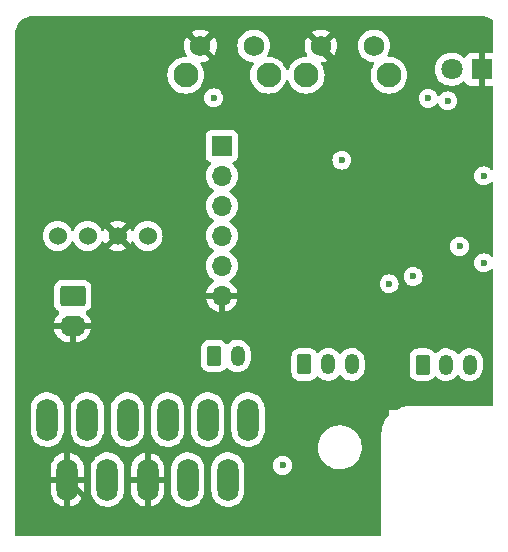
<source format=gbr>
%TF.GenerationSoftware,KiCad,Pcbnew,7.0.7-7.0.7~ubuntu22.04.1*%
%TF.CreationDate,2023-09-11T18:28:41+01:00*%
%TF.ProjectId,Blinder,426c696e-6465-4722-9e6b-696361645f70,rev?*%
%TF.SameCoordinates,Original*%
%TF.FileFunction,Copper,L2,Inr*%
%TF.FilePolarity,Positive*%
%FSLAX46Y46*%
G04 Gerber Fmt 4.6, Leading zero omitted, Abs format (unit mm)*
G04 Created by KiCad (PCBNEW 7.0.7-7.0.7~ubuntu22.04.1) date 2023-09-11 18:28:41*
%MOMM*%
%LPD*%
G01*
G04 APERTURE LIST*
G04 Aperture macros list*
%AMRoundRect*
0 Rectangle with rounded corners*
0 $1 Rounding radius*
0 $2 $3 $4 $5 $6 $7 $8 $9 X,Y pos of 4 corners*
0 Add a 4 corners polygon primitive as box body*
4,1,4,$2,$3,$4,$5,$6,$7,$8,$9,$2,$3,0*
0 Add four circle primitives for the rounded corners*
1,1,$1+$1,$2,$3*
1,1,$1+$1,$4,$5*
1,1,$1+$1,$6,$7*
1,1,$1+$1,$8,$9*
0 Add four rect primitives between the rounded corners*
20,1,$1+$1,$2,$3,$4,$5,0*
20,1,$1+$1,$4,$5,$6,$7,0*
20,1,$1+$1,$6,$7,$8,$9,0*
20,1,$1+$1,$8,$9,$2,$3,0*%
G04 Aperture macros list end*
%TA.AperFunction,ComponentPad*%
%ADD10R,1.800000X1.800000*%
%TD*%
%TA.AperFunction,ComponentPad*%
%ADD11C,1.800000*%
%TD*%
%TA.AperFunction,ComponentPad*%
%ADD12O,1.800000X3.600000*%
%TD*%
%TA.AperFunction,ComponentPad*%
%ADD13RoundRect,0.250000X-0.350000X-0.625000X0.350000X-0.625000X0.350000X0.625000X-0.350000X0.625000X0*%
%TD*%
%TA.AperFunction,ComponentPad*%
%ADD14O,1.200000X1.750000*%
%TD*%
%TA.AperFunction,ComponentPad*%
%ADD15C,2.100000*%
%TD*%
%TA.AperFunction,ComponentPad*%
%ADD16C,1.750000*%
%TD*%
%TA.AperFunction,ComponentPad*%
%ADD17O,1.700000X1.700000*%
%TD*%
%TA.AperFunction,ComponentPad*%
%ADD18R,1.700000X1.700000*%
%TD*%
%TA.AperFunction,ComponentPad*%
%ADD19O,2.190000X1.740000*%
%TD*%
%TA.AperFunction,ComponentPad*%
%ADD20RoundRect,0.250000X-0.845000X0.620000X-0.845000X-0.620000X0.845000X-0.620000X0.845000X0.620000X0*%
%TD*%
%TA.AperFunction,ComponentPad*%
%ADD21C,1.524000*%
%TD*%
%TA.AperFunction,ViaPad*%
%ADD22C,0.600000*%
%TD*%
%TA.AperFunction,Conductor*%
%ADD23C,0.500000*%
%TD*%
G04 APERTURE END LIST*
D10*
%TO.N,GND*%
%TO.C,D1*%
X74000000Y-24000000D03*
D11*
%TO.N,Net-(D1-A)*%
X71460000Y-24000000D03*
%TD*%
D12*
%TO.N,Net-(IC1-ENABLE)*%
%TO.C,IC1*%
X37220000Y-53650000D03*
%TO.N,GND*%
X38920000Y-58730000D03*
%TO.N,Net-(IC1-VREF)*%
X40620000Y-53650000D03*
%TO.N,Net-(IC1-CBOOT2)*%
X42320000Y-58730000D03*
%TO.N,Net-(IC1-IN2)*%
X44020000Y-53650000D03*
%TO.N,GND*%
X45720000Y-58730000D03*
%TO.N,Net-(IC1-IN1)*%
X47420000Y-53650000D03*
%TO.N,Net-(IC1-CBOOT1)*%
X49120000Y-58730000D03*
%TO.N,Net-(IC1-OUT1)*%
X50820000Y-53650000D03*
%TO.N,/12V*%
X52520000Y-58730000D03*
%TO.N,Net-(IC1-OUT2)*%
X54220000Y-53650000D03*
%TD*%
D13*
%TO.N,Net-(IC1-OUT1)*%
%TO.C,J5*%
X51340000Y-48260000D03*
D14*
%TO.N,Net-(IC1-OUT2)*%
X53340000Y-48260000D03*
%TD*%
D15*
%TO.N,*%
%TO.C,SW2*%
X48950000Y-24490000D03*
X55960000Y-24490000D03*
D16*
%TO.N,GND*%
X50200000Y-22000000D03*
%TO.N,Net-(U2-GPIO12)*%
X54700000Y-22000000D03*
%TD*%
D14*
%TO.N,Net-(IC1-IN1)*%
%TO.C,J3*%
X63000000Y-48980000D03*
%TO.N,/GO DOWN*%
X61000000Y-48980000D03*
D13*
%TO.N,/~{CLOSED}*%
X59000000Y-48980000D03*
%TD*%
D17*
%TO.N,GND*%
%TO.C,J2*%
X52000000Y-43180000D03*
%TO.N,/DTR*%
X52000000Y-40640000D03*
%TO.N,/RXD*%
X52000000Y-38100000D03*
%TO.N,/TXD*%
X52000000Y-35560000D03*
%TO.N,/RTS*%
X52000000Y-33020000D03*
D18*
%TO.N,/3V3*%
X52000000Y-30480000D03*
%TD*%
D14*
%TO.N,Net-(IC1-IN2)*%
%TO.C,J4*%
X73000000Y-49000000D03*
%TO.N,/GO UP*%
X71000000Y-49000000D03*
D13*
%TO.N,/~{OPEN}*%
X69000000Y-49000000D03*
%TD*%
D19*
%TO.N,GND*%
%TO.C,J1*%
X39370000Y-45720000D03*
D20*
%TO.N,/12V*%
X39370000Y-43180000D03*
%TD*%
D21*
%TO.N,unconnected-(U1-EN-Pad1)*%
%TO.C,U1*%
X38100000Y-38100000D03*
%TO.N,/12V*%
X40640000Y-38100000D03*
%TO.N,GND*%
X43180000Y-38100000D03*
%TO.N,/3V3*%
X45720000Y-38100000D03*
%TD*%
D16*
%TO.N,Net-(U2-GPIO14)*%
%TO.C,SW1*%
X64894220Y-22001721D03*
%TO.N,GND*%
X60394220Y-22001721D03*
D15*
%TO.N,*%
X66154220Y-24491721D03*
X59144220Y-24491721D03*
%TD*%
D22*
%TO.N,Net-(U2-GPIO13)*%
X71120000Y-26670000D03*
X62168000Y-31688000D03*
%TO.N,Net-(U2-EN)*%
X51308000Y-26416000D03*
X69469000Y-26451500D03*
%TO.N,/RTS*%
X74168000Y-33020000D03*
%TO.N,Net-(IC1-ENABLE)*%
X66167000Y-42164000D03*
%TO.N,/TXD*%
X72136000Y-38989000D03*
%TO.N,/RXD*%
X74168000Y-40386000D03*
%TO.N,GND*%
X56896000Y-28067000D03*
%TO.N,/~{OPEN}*%
X68199000Y-41529000D03*
%TO.N,/12V*%
X57150000Y-57531000D03*
%TO.N,GND*%
X57150000Y-62103000D03*
%TD*%
D23*
%TO.N,GND*%
X60394220Y-22001721D02*
X58458499Y-20066000D01*
X58458499Y-20066000D02*
X52134000Y-20066000D01*
X52134000Y-20066000D02*
X50200000Y-22000000D01*
X65278000Y-27051000D02*
X65051000Y-27051000D01*
X65051000Y-27051000D02*
X60394220Y-22394220D01*
X60394220Y-22394220D02*
X60394220Y-22001721D01*
X74000000Y-24000000D02*
X74000000Y-25568000D01*
X74000000Y-25568000D02*
X71568000Y-28000000D01*
X71568000Y-28000000D02*
X66227000Y-28000000D01*
X66227000Y-28000000D02*
X65278000Y-27051000D01*
X49155000Y-20955000D02*
X50200000Y-22000000D01*
X41783000Y-36703000D02*
X41783000Y-27813000D01*
X43180000Y-38100000D02*
X41783000Y-36703000D01*
X41783000Y-27813000D02*
X48641000Y-20955000D01*
X48641000Y-20955000D02*
X49155000Y-20955000D01*
X56896000Y-28067000D02*
X57912000Y-27051000D01*
X57912000Y-27051000D02*
X65278000Y-27051000D01*
X43180000Y-38100000D02*
X42037000Y-39243000D01*
X42037000Y-44958000D02*
X41275000Y-45720000D01*
X42037000Y-39243000D02*
X42037000Y-44958000D01*
X41275000Y-45720000D02*
X39370000Y-45720000D01*
X43180000Y-38100000D02*
X48260000Y-43180000D01*
X48260000Y-43180000D02*
X52000000Y-43180000D01*
X38920000Y-58730000D02*
X42293000Y-62103000D01*
X42293000Y-62103000D02*
X57150000Y-62103000D01*
X39370000Y-45720000D02*
X39370000Y-50673000D01*
X39370000Y-50673000D02*
X38920000Y-51123000D01*
X38920000Y-51123000D02*
X38920000Y-58730000D01*
%TD*%
%TA.AperFunction,Conductor*%
%TO.N,GND*%
G36*
X74002208Y-19500657D02*
G01*
X74204561Y-19515130D01*
X74222063Y-19517647D01*
X74413797Y-19559355D01*
X74430755Y-19564334D01*
X74614609Y-19632909D01*
X74630701Y-19640259D01*
X74802904Y-19734288D01*
X74817784Y-19743849D01*
X74950312Y-19843059D01*
X74992182Y-19898992D01*
X75000000Y-19942325D01*
X75000000Y-22476000D01*
X74980315Y-22543039D01*
X74927511Y-22588794D01*
X74876000Y-22600000D01*
X74250000Y-22600000D01*
X74250000Y-23438178D01*
X74230315Y-23505217D01*
X74177511Y-23550972D01*
X74108353Y-23560916D01*
X74089454Y-23556670D01*
X74067829Y-23550000D01*
X74067827Y-23550000D01*
X73966276Y-23550000D01*
X73966268Y-23550000D01*
X73892481Y-23561122D01*
X73823256Y-23551649D01*
X73770143Y-23506254D01*
X73750003Y-23439350D01*
X73750000Y-23438507D01*
X73750000Y-22600000D01*
X73052155Y-22600000D01*
X72992627Y-22606401D01*
X72992620Y-22606403D01*
X72857913Y-22656645D01*
X72857906Y-22656649D01*
X72742812Y-22742809D01*
X72742809Y-22742812D01*
X72656649Y-22857906D01*
X72656646Y-22857911D01*
X72627924Y-22934920D01*
X72586052Y-22990853D01*
X72520588Y-23015270D01*
X72452315Y-23000418D01*
X72420514Y-22975571D01*
X72411784Y-22966087D01*
X72411779Y-22966083D01*
X72411777Y-22966081D01*
X72228634Y-22823535D01*
X72228628Y-22823531D01*
X72024504Y-22713064D01*
X72024495Y-22713061D01*
X71804984Y-22637702D01*
X71617404Y-22606401D01*
X71576049Y-22599500D01*
X71343951Y-22599500D01*
X71302596Y-22606401D01*
X71115015Y-22637702D01*
X70895504Y-22713061D01*
X70895495Y-22713064D01*
X70691371Y-22823531D01*
X70691365Y-22823535D01*
X70508222Y-22966081D01*
X70508219Y-22966084D01*
X70508216Y-22966086D01*
X70508216Y-22966087D01*
X70476612Y-23000418D01*
X70351016Y-23136852D01*
X70224075Y-23331151D01*
X70130842Y-23543699D01*
X70073866Y-23768691D01*
X70073864Y-23768702D01*
X70054700Y-23999993D01*
X70054700Y-24000006D01*
X70073864Y-24231297D01*
X70073866Y-24231308D01*
X70130842Y-24456300D01*
X70224075Y-24668848D01*
X70351016Y-24863147D01*
X70351019Y-24863151D01*
X70351021Y-24863153D01*
X70508216Y-25033913D01*
X70508219Y-25033915D01*
X70508222Y-25033918D01*
X70691365Y-25176464D01*
X70691371Y-25176468D01*
X70691374Y-25176470D01*
X70895497Y-25286936D01*
X71009487Y-25326068D01*
X71115015Y-25362297D01*
X71115017Y-25362297D01*
X71115019Y-25362298D01*
X71343951Y-25400500D01*
X71343952Y-25400500D01*
X71576048Y-25400500D01*
X71576049Y-25400500D01*
X71804981Y-25362298D01*
X72024503Y-25286936D01*
X72228626Y-25176470D01*
X72411784Y-25033913D01*
X72420511Y-25024432D01*
X72480394Y-24988441D01*
X72550232Y-24990538D01*
X72607850Y-25030060D01*
X72627924Y-25065080D01*
X72656645Y-25142086D01*
X72656649Y-25142093D01*
X72742809Y-25257187D01*
X72742812Y-25257190D01*
X72857906Y-25343350D01*
X72857913Y-25343354D01*
X72992620Y-25393596D01*
X72992627Y-25393598D01*
X73052155Y-25399999D01*
X73052172Y-25400000D01*
X73750000Y-25400000D01*
X73750000Y-24561821D01*
X73769685Y-24494782D01*
X73822489Y-24449027D01*
X73891647Y-24439083D01*
X73910547Y-24443329D01*
X73932173Y-24450000D01*
X74033723Y-24450000D01*
X74033724Y-24450000D01*
X74107519Y-24438877D01*
X74176742Y-24448350D01*
X74229857Y-24493744D01*
X74249997Y-24560648D01*
X74250000Y-24561492D01*
X74250000Y-25400000D01*
X74876000Y-25400000D01*
X74943039Y-25419685D01*
X74988794Y-25472489D01*
X75000000Y-25524000D01*
X75000000Y-32420559D01*
X74980315Y-32487598D01*
X74927511Y-32533353D01*
X74858353Y-32543297D01*
X74794797Y-32514272D01*
X74788319Y-32508241D01*
X74753446Y-32473368D01*
X74670262Y-32390184D01*
X74593847Y-32342169D01*
X74517523Y-32294211D01*
X74347254Y-32234631D01*
X74347249Y-32234630D01*
X74168004Y-32214435D01*
X74167996Y-32214435D01*
X73988750Y-32234630D01*
X73988745Y-32234631D01*
X73818476Y-32294211D01*
X73665737Y-32390184D01*
X73538184Y-32517737D01*
X73442211Y-32670476D01*
X73382631Y-32840745D01*
X73382630Y-32840750D01*
X73362435Y-33019996D01*
X73362435Y-33020003D01*
X73382630Y-33199249D01*
X73382631Y-33199254D01*
X73442211Y-33369523D01*
X73513931Y-33483664D01*
X73538184Y-33522262D01*
X73665738Y-33649816D01*
X73818478Y-33745789D01*
X73988744Y-33805368D01*
X73988745Y-33805368D01*
X73988750Y-33805369D01*
X74167996Y-33825565D01*
X74168000Y-33825565D01*
X74168004Y-33825565D01*
X74347249Y-33805369D01*
X74347252Y-33805368D01*
X74347255Y-33805368D01*
X74517522Y-33745789D01*
X74670262Y-33649816D01*
X74788322Y-33531755D01*
X74849641Y-33498273D01*
X74919333Y-33503257D01*
X74975267Y-33545128D01*
X74999684Y-33610592D01*
X75000000Y-33619439D01*
X75000000Y-39786560D01*
X74980315Y-39853599D01*
X74927511Y-39899354D01*
X74858353Y-39909298D01*
X74794797Y-39880273D01*
X74788319Y-39874241D01*
X74670262Y-39756184D01*
X74517523Y-39660211D01*
X74347254Y-39600631D01*
X74347249Y-39600630D01*
X74168004Y-39580435D01*
X74167996Y-39580435D01*
X73988750Y-39600630D01*
X73988745Y-39600631D01*
X73818476Y-39660211D01*
X73665737Y-39756184D01*
X73538184Y-39883737D01*
X73442211Y-40036476D01*
X73382631Y-40206745D01*
X73382630Y-40206750D01*
X73362435Y-40385996D01*
X73362435Y-40386003D01*
X73382630Y-40565249D01*
X73382631Y-40565254D01*
X73442211Y-40735523D01*
X73484743Y-40803211D01*
X73538184Y-40888262D01*
X73665738Y-41015816D01*
X73756080Y-41072582D01*
X73805545Y-41103663D01*
X73818478Y-41111789D01*
X73988744Y-41171367D01*
X73988745Y-41171368D01*
X73988750Y-41171369D01*
X74167996Y-41191565D01*
X74168000Y-41191565D01*
X74168004Y-41191565D01*
X74347249Y-41171369D01*
X74347252Y-41171368D01*
X74347255Y-41171368D01*
X74517522Y-41111789D01*
X74670262Y-41015816D01*
X74788319Y-40897759D01*
X74849642Y-40864274D01*
X74919334Y-40869258D01*
X74975267Y-40911130D01*
X74999684Y-40976594D01*
X75000000Y-40985440D01*
X75000000Y-52375500D01*
X74980315Y-52442539D01*
X74927511Y-52488294D01*
X74876000Y-52499500D01*
X67848746Y-52499500D01*
X67742021Y-52512459D01*
X67548449Y-52535963D01*
X67399459Y-52572685D01*
X67254728Y-52608358D01*
X66971886Y-52715627D01*
X66777219Y-52817797D01*
X66719593Y-52832000D01*
X66167000Y-52832000D01*
X66160595Y-53260274D01*
X66139910Y-53327012D01*
X66129424Y-53340647D01*
X66028052Y-53455072D01*
X66028047Y-53455078D01*
X65856212Y-53704026D01*
X65856206Y-53704035D01*
X65715628Y-53971882D01*
X65608358Y-54254727D01*
X65578200Y-54377085D01*
X65535963Y-54548449D01*
X65530453Y-54593827D01*
X65499499Y-54848745D01*
X65499499Y-54988861D01*
X65499500Y-54988866D01*
X65499500Y-63375500D01*
X65479815Y-63442539D01*
X65427011Y-63488294D01*
X65375500Y-63499500D01*
X34624500Y-63499500D01*
X34557461Y-63479815D01*
X34511706Y-63427011D01*
X34500500Y-63375500D01*
X34500500Y-59689478D01*
X37520000Y-59689478D01*
X37535147Y-59867450D01*
X37535148Y-59867453D01*
X37595197Y-60098078D01*
X37693360Y-60315241D01*
X37693362Y-60315244D01*
X37826812Y-60512688D01*
X37826814Y-60512690D01*
X37991706Y-60684736D01*
X38183316Y-60826450D01*
X38396115Y-60933741D01*
X38623987Y-61003526D01*
X38623985Y-61003526D01*
X38670000Y-61009418D01*
X38670000Y-59443658D01*
X38689685Y-59376619D01*
X38742489Y-59330864D01*
X38810184Y-59320719D01*
X38880677Y-59330000D01*
X38880684Y-59330000D01*
X38959316Y-59330000D01*
X38959323Y-59330000D01*
X39029815Y-59320719D01*
X39098849Y-59331484D01*
X39151105Y-59377864D01*
X39170000Y-59443658D01*
X39170000Y-61008264D01*
X39331434Y-60973473D01*
X39552562Y-60884616D01*
X39755494Y-60759666D01*
X39934389Y-60602219D01*
X39934396Y-60602213D01*
X40084102Y-60416805D01*
X40084109Y-60416795D01*
X40200331Y-60208751D01*
X40279722Y-59984052D01*
X40279726Y-59984038D01*
X40319999Y-59749167D01*
X40320000Y-59749156D01*
X40320000Y-59689502D01*
X40919500Y-59689502D01*
X40934652Y-59867536D01*
X40994724Y-60098248D01*
X41092919Y-60315480D01*
X41092924Y-60315488D01*
X41226413Y-60512993D01*
X41226418Y-60512998D01*
X41226421Y-60513003D01*
X41391379Y-60685118D01*
X41583053Y-60826879D01*
X41795926Y-60934207D01*
X42023877Y-61004016D01*
X42260346Y-61034298D01*
X42498532Y-61024180D01*
X42731581Y-60973954D01*
X42952790Y-60885064D01*
X43155795Y-60760069D01*
X43334755Y-60602564D01*
X43484523Y-60417080D01*
X43600790Y-60208954D01*
X43680211Y-59984171D01*
X43700224Y-59867453D01*
X43720499Y-59749209D01*
X43720499Y-59749205D01*
X43720500Y-59749200D01*
X43720500Y-59689478D01*
X44320000Y-59689478D01*
X44335147Y-59867450D01*
X44335148Y-59867453D01*
X44395197Y-60098078D01*
X44493360Y-60315241D01*
X44493362Y-60315244D01*
X44626812Y-60512688D01*
X44626814Y-60512690D01*
X44791706Y-60684736D01*
X44983316Y-60826450D01*
X45196115Y-60933741D01*
X45423987Y-61003526D01*
X45423985Y-61003526D01*
X45470000Y-61009418D01*
X45470000Y-59443658D01*
X45489685Y-59376619D01*
X45542489Y-59330864D01*
X45610184Y-59320719D01*
X45680677Y-59330000D01*
X45680684Y-59330000D01*
X45759316Y-59330000D01*
X45759323Y-59330000D01*
X45829815Y-59320719D01*
X45898848Y-59331484D01*
X45951104Y-59377863D01*
X45969999Y-59443658D01*
X45969999Y-61008264D01*
X46131434Y-60973473D01*
X46352562Y-60884616D01*
X46555494Y-60759666D01*
X46734389Y-60602219D01*
X46734396Y-60602213D01*
X46884102Y-60416805D01*
X46884109Y-60416795D01*
X47000331Y-60208751D01*
X47079722Y-59984052D01*
X47079726Y-59984038D01*
X47119999Y-59749167D01*
X47120000Y-59749156D01*
X47120000Y-59689502D01*
X47719500Y-59689502D01*
X47734652Y-59867536D01*
X47794724Y-60098248D01*
X47892919Y-60315480D01*
X47892924Y-60315488D01*
X48026413Y-60512993D01*
X48026418Y-60512998D01*
X48026421Y-60513003D01*
X48191379Y-60685118D01*
X48383053Y-60826879D01*
X48595926Y-60934207D01*
X48823877Y-61004016D01*
X49060346Y-61034298D01*
X49298532Y-61024180D01*
X49531581Y-60973954D01*
X49752790Y-60885064D01*
X49955795Y-60760069D01*
X50134755Y-60602564D01*
X50284523Y-60417080D01*
X50400790Y-60208954D01*
X50480211Y-59984171D01*
X50500224Y-59867453D01*
X50520499Y-59749209D01*
X50520499Y-59749205D01*
X50520500Y-59749200D01*
X50520500Y-59689502D01*
X51119500Y-59689502D01*
X51134652Y-59867536D01*
X51194724Y-60098248D01*
X51292919Y-60315480D01*
X51292924Y-60315488D01*
X51426413Y-60512993D01*
X51426418Y-60512998D01*
X51426421Y-60513003D01*
X51591379Y-60685118D01*
X51783053Y-60826879D01*
X51995926Y-60934207D01*
X52223877Y-61004016D01*
X52460346Y-61034298D01*
X52698532Y-61024180D01*
X52931581Y-60973954D01*
X53152790Y-60885064D01*
X53355795Y-60760069D01*
X53534755Y-60602564D01*
X53684523Y-60417080D01*
X53800790Y-60208954D01*
X53880211Y-59984171D01*
X53900224Y-59867453D01*
X53920499Y-59749209D01*
X53920499Y-59749205D01*
X53920500Y-59749200D01*
X53920500Y-57770503D01*
X53907524Y-57618044D01*
X53905347Y-57592463D01*
X53889344Y-57531003D01*
X56344435Y-57531003D01*
X56364630Y-57710249D01*
X56364631Y-57710254D01*
X56424211Y-57880523D01*
X56509552Y-58016341D01*
X56520184Y-58033262D01*
X56647738Y-58160816D01*
X56800478Y-58256789D01*
X56929898Y-58302075D01*
X56970745Y-58316368D01*
X56970750Y-58316369D01*
X57149996Y-58336565D01*
X57150000Y-58336565D01*
X57150004Y-58336565D01*
X57329249Y-58316369D01*
X57329252Y-58316368D01*
X57329255Y-58316368D01*
X57499522Y-58256789D01*
X57652262Y-58160816D01*
X57779816Y-58033262D01*
X57875789Y-57880522D01*
X57935368Y-57710255D01*
X57935369Y-57710249D01*
X57955565Y-57531003D01*
X57955565Y-57530996D01*
X57935369Y-57351750D01*
X57935368Y-57351745D01*
X57912999Y-57287819D01*
X57875789Y-57181478D01*
X57779816Y-57028738D01*
X57652262Y-56901184D01*
X57568241Y-56848390D01*
X57499523Y-56805211D01*
X57329254Y-56745631D01*
X57329249Y-56745630D01*
X57150004Y-56725435D01*
X57149996Y-56725435D01*
X56970750Y-56745630D01*
X56970745Y-56745631D01*
X56800476Y-56805211D01*
X56647737Y-56901184D01*
X56520184Y-57028737D01*
X56424211Y-57181476D01*
X56364631Y-57351745D01*
X56364630Y-57351750D01*
X56344435Y-57530996D01*
X56344435Y-57531003D01*
X53889344Y-57531003D01*
X53889343Y-57531000D01*
X53845275Y-57361751D01*
X53811856Y-57287820D01*
X53747080Y-57144519D01*
X53747075Y-57144511D01*
X53613586Y-56947006D01*
X53613582Y-56947001D01*
X53613579Y-56946997D01*
X53448621Y-56774882D01*
X53256947Y-56633121D01*
X53044074Y-56525793D01*
X52914283Y-56486045D01*
X52816121Y-56455983D01*
X52579647Y-56425701D01*
X52341471Y-56435819D01*
X52341467Y-56435819D01*
X52108419Y-56486045D01*
X51887211Y-56574935D01*
X51684203Y-56699932D01*
X51505245Y-56857435D01*
X51432676Y-56947311D01*
X51355477Y-57042920D01*
X51355475Y-57042922D01*
X51355476Y-57042922D01*
X51239210Y-57251044D01*
X51159788Y-57475829D01*
X51119500Y-57710790D01*
X51119500Y-59689502D01*
X50520500Y-59689502D01*
X50520500Y-57770503D01*
X50507524Y-57618044D01*
X50505347Y-57592463D01*
X50489343Y-57531000D01*
X50445275Y-57361751D01*
X50411856Y-57287820D01*
X50347080Y-57144519D01*
X50347075Y-57144511D01*
X50213586Y-56947006D01*
X50213582Y-56947001D01*
X50213579Y-56946997D01*
X50048621Y-56774882D01*
X49856947Y-56633121D01*
X49644074Y-56525793D01*
X49514283Y-56486045D01*
X49416121Y-56455983D01*
X49179647Y-56425701D01*
X48941471Y-56435819D01*
X48941467Y-56435819D01*
X48708419Y-56486045D01*
X48487211Y-56574935D01*
X48284203Y-56699932D01*
X48105245Y-56857435D01*
X48032676Y-56947311D01*
X47955477Y-57042920D01*
X47955475Y-57042922D01*
X47955476Y-57042922D01*
X47839210Y-57251044D01*
X47759788Y-57475829D01*
X47719500Y-57710790D01*
X47719500Y-59689502D01*
X47120000Y-59689502D01*
X47120000Y-58980000D01*
X46433658Y-58980000D01*
X46366619Y-58960315D01*
X46320864Y-58907511D01*
X46310719Y-58839816D01*
X46325177Y-58730000D01*
X46310719Y-58620183D01*
X46321484Y-58551151D01*
X46367864Y-58498895D01*
X46433658Y-58480000D01*
X47120000Y-58480000D01*
X47120000Y-57770522D01*
X47104852Y-57592549D01*
X47104851Y-57592546D01*
X47044802Y-57361921D01*
X46946639Y-57144758D01*
X46946637Y-57144755D01*
X46813187Y-56947311D01*
X46813185Y-56947309D01*
X46648293Y-56775263D01*
X46456683Y-56633549D01*
X46243884Y-56526257D01*
X46016020Y-56456475D01*
X45969999Y-56450581D01*
X45969999Y-58016341D01*
X45950314Y-58083381D01*
X45897510Y-58129135D01*
X45829814Y-58139280D01*
X45759333Y-58130001D01*
X45759328Y-58130000D01*
X45759323Y-58130000D01*
X45680677Y-58130000D01*
X45680671Y-58130000D01*
X45680666Y-58130001D01*
X45610185Y-58139280D01*
X45541150Y-58128514D01*
X45488894Y-58082134D01*
X45470000Y-58016341D01*
X45470000Y-56451734D01*
X45469999Y-56451734D01*
X45308566Y-56486525D01*
X45087437Y-56575383D01*
X44884505Y-56700333D01*
X44705610Y-56857780D01*
X44705603Y-56857786D01*
X44555897Y-57043194D01*
X44555890Y-57043204D01*
X44439668Y-57251248D01*
X44360277Y-57475947D01*
X44360273Y-57475961D01*
X44320000Y-57710832D01*
X44320000Y-58480000D01*
X45006342Y-58480000D01*
X45073381Y-58499685D01*
X45119136Y-58552489D01*
X45129280Y-58620183D01*
X45114823Y-58730000D01*
X45129280Y-58839816D01*
X45118516Y-58908849D01*
X45072136Y-58961105D01*
X45006342Y-58980000D01*
X44320000Y-58980000D01*
X44320000Y-59689478D01*
X43720500Y-59689478D01*
X43720500Y-57770503D01*
X43707524Y-57618044D01*
X43705347Y-57592463D01*
X43689343Y-57531000D01*
X43645275Y-57361751D01*
X43611856Y-57287820D01*
X43547080Y-57144519D01*
X43547075Y-57144511D01*
X43413586Y-56947006D01*
X43413582Y-56947001D01*
X43413579Y-56946997D01*
X43248621Y-56774882D01*
X43056947Y-56633121D01*
X42844074Y-56525793D01*
X42714283Y-56486045D01*
X42616121Y-56455983D01*
X42379647Y-56425701D01*
X42141471Y-56435819D01*
X42141467Y-56435819D01*
X41908419Y-56486045D01*
X41687211Y-56574935D01*
X41484203Y-56699932D01*
X41305245Y-56857435D01*
X41232676Y-56947311D01*
X41155477Y-57042920D01*
X41155475Y-57042922D01*
X41155476Y-57042922D01*
X41039210Y-57251044D01*
X40959788Y-57475829D01*
X40919500Y-57710790D01*
X40919500Y-59689502D01*
X40320000Y-59689502D01*
X40320000Y-58980000D01*
X39633658Y-58980000D01*
X39566619Y-58960315D01*
X39520864Y-58907511D01*
X39510719Y-58839816D01*
X39525177Y-58730000D01*
X39510719Y-58620183D01*
X39521484Y-58551151D01*
X39567864Y-58498895D01*
X39633658Y-58480000D01*
X40320000Y-58480000D01*
X40320000Y-57770522D01*
X40304852Y-57592549D01*
X40304851Y-57592546D01*
X40244802Y-57361921D01*
X40146639Y-57144758D01*
X40146637Y-57144755D01*
X40013187Y-56947311D01*
X40013185Y-56947309D01*
X39848293Y-56775263D01*
X39656683Y-56633549D01*
X39443884Y-56526257D01*
X39216020Y-56456475D01*
X39170000Y-56450581D01*
X39170000Y-58016341D01*
X39150315Y-58083380D01*
X39097511Y-58129135D01*
X39029815Y-58139280D01*
X38959333Y-58130001D01*
X38959328Y-58130000D01*
X38959323Y-58130000D01*
X38880677Y-58130000D01*
X38880671Y-58130000D01*
X38880666Y-58130001D01*
X38810185Y-58139280D01*
X38741150Y-58128514D01*
X38688894Y-58082134D01*
X38670000Y-58016341D01*
X38670000Y-56451734D01*
X38669999Y-56451734D01*
X38508566Y-56486525D01*
X38287437Y-56575383D01*
X38084505Y-56700333D01*
X37905610Y-56857780D01*
X37905603Y-56857786D01*
X37755897Y-57043194D01*
X37755890Y-57043204D01*
X37639668Y-57251248D01*
X37560277Y-57475947D01*
X37560273Y-57475961D01*
X37520000Y-57710832D01*
X37520000Y-58480000D01*
X38206342Y-58480000D01*
X38273381Y-58499685D01*
X38319136Y-58552489D01*
X38329280Y-58620183D01*
X38314823Y-58730000D01*
X38329280Y-58839816D01*
X38318516Y-58908849D01*
X38272136Y-58961105D01*
X38206342Y-58980000D01*
X37520000Y-58980000D01*
X37520000Y-59689478D01*
X34500500Y-59689478D01*
X34500500Y-56067763D01*
X60145787Y-56067763D01*
X60175413Y-56337013D01*
X60175415Y-56337024D01*
X60243926Y-56599082D01*
X60243928Y-56599088D01*
X60349870Y-56848390D01*
X60410055Y-56947006D01*
X60490979Y-57079605D01*
X60490986Y-57079615D01*
X60664253Y-57287819D01*
X60664259Y-57287824D01*
X60735605Y-57351750D01*
X60865998Y-57468582D01*
X61091910Y-57618044D01*
X61337176Y-57733020D01*
X61337183Y-57733022D01*
X61337185Y-57733023D01*
X61596557Y-57811057D01*
X61596564Y-57811058D01*
X61596569Y-57811060D01*
X61864561Y-57850500D01*
X61864566Y-57850500D01*
X62067636Y-57850500D01*
X62119133Y-57846730D01*
X62270156Y-57835677D01*
X62382758Y-57810593D01*
X62534546Y-57776782D01*
X62534548Y-57776781D01*
X62534553Y-57776780D01*
X62787558Y-57680014D01*
X63023777Y-57547441D01*
X63238177Y-57381888D01*
X63426186Y-57186881D01*
X63583799Y-56966579D01*
X63682358Y-56774881D01*
X63707649Y-56725690D01*
X63707651Y-56725684D01*
X63707656Y-56725675D01*
X63795118Y-56469305D01*
X63844319Y-56202933D01*
X63854212Y-55932235D01*
X63824586Y-55662982D01*
X63756072Y-55400912D01*
X63650130Y-55151610D01*
X63509018Y-54920390D01*
X63507845Y-54918981D01*
X63335746Y-54712180D01*
X63335740Y-54712175D01*
X63134002Y-54531418D01*
X62908092Y-54381957D01*
X62897699Y-54377085D01*
X62662824Y-54266980D01*
X62662819Y-54266978D01*
X62662814Y-54266976D01*
X62403442Y-54188942D01*
X62403428Y-54188939D01*
X62287791Y-54171921D01*
X62135439Y-54149500D01*
X61932369Y-54149500D01*
X61932364Y-54149500D01*
X61729844Y-54164323D01*
X61729831Y-54164325D01*
X61465453Y-54223217D01*
X61465446Y-54223220D01*
X61212439Y-54319987D01*
X60976226Y-54452557D01*
X60761822Y-54618112D01*
X60573822Y-54813109D01*
X60573816Y-54813116D01*
X60416202Y-55033419D01*
X60416199Y-55033424D01*
X60292350Y-55274309D01*
X60292343Y-55274327D01*
X60204884Y-55530685D01*
X60204881Y-55530699D01*
X60155681Y-55797068D01*
X60155680Y-55797075D01*
X60145787Y-56067763D01*
X34500500Y-56067763D01*
X34500500Y-54609502D01*
X35819500Y-54609502D01*
X35834652Y-54787536D01*
X35894724Y-55018248D01*
X35992919Y-55235480D01*
X35992924Y-55235488D01*
X36126413Y-55432993D01*
X36126418Y-55432998D01*
X36126421Y-55433003D01*
X36291379Y-55605118D01*
X36483053Y-55746879D01*
X36695926Y-55854207D01*
X36923877Y-55924016D01*
X37160346Y-55954298D01*
X37398532Y-55944180D01*
X37631581Y-55893954D01*
X37852790Y-55805064D01*
X38055795Y-55680069D01*
X38234755Y-55522564D01*
X38384523Y-55337080D01*
X38500790Y-55128954D01*
X38580211Y-54904171D01*
X38600210Y-54787536D01*
X38620499Y-54669209D01*
X38620500Y-54669198D01*
X38620500Y-54609502D01*
X39219500Y-54609502D01*
X39234652Y-54787536D01*
X39294724Y-55018248D01*
X39392919Y-55235480D01*
X39392924Y-55235488D01*
X39526413Y-55432993D01*
X39526418Y-55432998D01*
X39526421Y-55433003D01*
X39691379Y-55605118D01*
X39883053Y-55746879D01*
X40095926Y-55854207D01*
X40323877Y-55924016D01*
X40560346Y-55954298D01*
X40798532Y-55944180D01*
X41031581Y-55893954D01*
X41252790Y-55805064D01*
X41455795Y-55680069D01*
X41634755Y-55522564D01*
X41784523Y-55337080D01*
X41900790Y-55128954D01*
X41980211Y-54904171D01*
X42000210Y-54787536D01*
X42020499Y-54669209D01*
X42020499Y-54669205D01*
X42020500Y-54669200D01*
X42020500Y-54609502D01*
X42619500Y-54609502D01*
X42634652Y-54787536D01*
X42694724Y-55018248D01*
X42792919Y-55235480D01*
X42792924Y-55235488D01*
X42926413Y-55432993D01*
X42926418Y-55432998D01*
X42926421Y-55433003D01*
X43091379Y-55605118D01*
X43283053Y-55746879D01*
X43495926Y-55854207D01*
X43723877Y-55924016D01*
X43960346Y-55954298D01*
X44198532Y-55944180D01*
X44431581Y-55893954D01*
X44652790Y-55805064D01*
X44855795Y-55680069D01*
X45034755Y-55522564D01*
X45184523Y-55337080D01*
X45300790Y-55128954D01*
X45380211Y-54904171D01*
X45400210Y-54787536D01*
X45420499Y-54669209D01*
X45420499Y-54669205D01*
X45420500Y-54669200D01*
X45420500Y-54609502D01*
X46019500Y-54609502D01*
X46034652Y-54787536D01*
X46094724Y-55018248D01*
X46192919Y-55235480D01*
X46192924Y-55235488D01*
X46326413Y-55432993D01*
X46326418Y-55432998D01*
X46326421Y-55433003D01*
X46491379Y-55605118D01*
X46683053Y-55746879D01*
X46895926Y-55854207D01*
X47123877Y-55924016D01*
X47360346Y-55954298D01*
X47598532Y-55944180D01*
X47831581Y-55893954D01*
X48052790Y-55805064D01*
X48255795Y-55680069D01*
X48434755Y-55522564D01*
X48584523Y-55337080D01*
X48700790Y-55128954D01*
X48780211Y-54904171D01*
X48800210Y-54787536D01*
X48820499Y-54669209D01*
X48820499Y-54669205D01*
X48820500Y-54669200D01*
X48820500Y-54609502D01*
X49419500Y-54609502D01*
X49434652Y-54787536D01*
X49494724Y-55018248D01*
X49592919Y-55235480D01*
X49592924Y-55235488D01*
X49726413Y-55432993D01*
X49726418Y-55432998D01*
X49726421Y-55433003D01*
X49891379Y-55605118D01*
X50083053Y-55746879D01*
X50295926Y-55854207D01*
X50523877Y-55924016D01*
X50760346Y-55954298D01*
X50998532Y-55944180D01*
X51231581Y-55893954D01*
X51452790Y-55805064D01*
X51655795Y-55680069D01*
X51834755Y-55522564D01*
X51984523Y-55337080D01*
X52100790Y-55128954D01*
X52180211Y-54904171D01*
X52200210Y-54787536D01*
X52220499Y-54669209D01*
X52220499Y-54669205D01*
X52220500Y-54669200D01*
X52220500Y-54609502D01*
X52819500Y-54609502D01*
X52834652Y-54787536D01*
X52894724Y-55018248D01*
X52992919Y-55235480D01*
X52992924Y-55235488D01*
X53126413Y-55432993D01*
X53126418Y-55432998D01*
X53126421Y-55433003D01*
X53291379Y-55605118D01*
X53483053Y-55746879D01*
X53695926Y-55854207D01*
X53923877Y-55924016D01*
X54160346Y-55954298D01*
X54398532Y-55944180D01*
X54631581Y-55893954D01*
X54852790Y-55805064D01*
X55055795Y-55680069D01*
X55234755Y-55522564D01*
X55384523Y-55337080D01*
X55500790Y-55128954D01*
X55580211Y-54904171D01*
X55600210Y-54787536D01*
X55620499Y-54669209D01*
X55620499Y-54669205D01*
X55620500Y-54669200D01*
X55620500Y-52690503D01*
X55607347Y-52535963D01*
X55605347Y-52512463D01*
X55545275Y-52281751D01*
X55447080Y-52064519D01*
X55447075Y-52064511D01*
X55313586Y-51867006D01*
X55313582Y-51867001D01*
X55313579Y-51866997D01*
X55148621Y-51694882D01*
X54956947Y-51553121D01*
X54744074Y-51445793D01*
X54614283Y-51406045D01*
X54516121Y-51375983D01*
X54279647Y-51345701D01*
X54041471Y-51355819D01*
X54041467Y-51355819D01*
X53808419Y-51406045D01*
X53587211Y-51494935D01*
X53384203Y-51619932D01*
X53205245Y-51777435D01*
X53132929Y-51866997D01*
X53055477Y-51962920D01*
X53055475Y-51962922D01*
X53055476Y-51962922D01*
X52939210Y-52171044D01*
X52859788Y-52395829D01*
X52819500Y-52630790D01*
X52819500Y-54609502D01*
X52220500Y-54609502D01*
X52220500Y-52690503D01*
X52207347Y-52535963D01*
X52205347Y-52512463D01*
X52145275Y-52281751D01*
X52047080Y-52064519D01*
X52047075Y-52064511D01*
X51913586Y-51867006D01*
X51913582Y-51867001D01*
X51913579Y-51866997D01*
X51748621Y-51694882D01*
X51556947Y-51553121D01*
X51344074Y-51445793D01*
X51214283Y-51406045D01*
X51116121Y-51375983D01*
X50879647Y-51345701D01*
X50641471Y-51355819D01*
X50641467Y-51355819D01*
X50408419Y-51406045D01*
X50187211Y-51494935D01*
X49984203Y-51619932D01*
X49805245Y-51777435D01*
X49732929Y-51866997D01*
X49655477Y-51962920D01*
X49655475Y-51962922D01*
X49655476Y-51962922D01*
X49539210Y-52171044D01*
X49459788Y-52395829D01*
X49419500Y-52630790D01*
X49419500Y-54609502D01*
X48820500Y-54609502D01*
X48820500Y-52690503D01*
X48807347Y-52535963D01*
X48805347Y-52512463D01*
X48745275Y-52281751D01*
X48647080Y-52064519D01*
X48647075Y-52064511D01*
X48513586Y-51867006D01*
X48513582Y-51867001D01*
X48513579Y-51866997D01*
X48348621Y-51694882D01*
X48156947Y-51553121D01*
X47944074Y-51445793D01*
X47814283Y-51406045D01*
X47716121Y-51375983D01*
X47479647Y-51345701D01*
X47241471Y-51355819D01*
X47241467Y-51355819D01*
X47008419Y-51406045D01*
X46787211Y-51494935D01*
X46584203Y-51619932D01*
X46405245Y-51777435D01*
X46332929Y-51866997D01*
X46255477Y-51962920D01*
X46255475Y-51962922D01*
X46255476Y-51962922D01*
X46139210Y-52171044D01*
X46059788Y-52395829D01*
X46019500Y-52630790D01*
X46019500Y-54609502D01*
X45420500Y-54609502D01*
X45420500Y-52690503D01*
X45407347Y-52535963D01*
X45405347Y-52512463D01*
X45345275Y-52281751D01*
X45247080Y-52064519D01*
X45247075Y-52064511D01*
X45113586Y-51867006D01*
X45113582Y-51867001D01*
X45113579Y-51866997D01*
X44948621Y-51694882D01*
X44756947Y-51553121D01*
X44544074Y-51445793D01*
X44414283Y-51406045D01*
X44316121Y-51375983D01*
X44079647Y-51345701D01*
X43841471Y-51355819D01*
X43841467Y-51355819D01*
X43608419Y-51406045D01*
X43387211Y-51494935D01*
X43184203Y-51619932D01*
X43005245Y-51777435D01*
X42932929Y-51866997D01*
X42855477Y-51962920D01*
X42855475Y-51962922D01*
X42855476Y-51962922D01*
X42739210Y-52171044D01*
X42659788Y-52395829D01*
X42619500Y-52630790D01*
X42619500Y-54609502D01*
X42020500Y-54609502D01*
X42020500Y-52690503D01*
X42007347Y-52535963D01*
X42005347Y-52512463D01*
X41945275Y-52281751D01*
X41847080Y-52064519D01*
X41847075Y-52064511D01*
X41713586Y-51867006D01*
X41713582Y-51867001D01*
X41713579Y-51866997D01*
X41548621Y-51694882D01*
X41356947Y-51553121D01*
X41144074Y-51445793D01*
X41014283Y-51406045D01*
X40916121Y-51375983D01*
X40679647Y-51345701D01*
X40441471Y-51355819D01*
X40441467Y-51355819D01*
X40208419Y-51406045D01*
X39987211Y-51494935D01*
X39784203Y-51619932D01*
X39605245Y-51777435D01*
X39532929Y-51866997D01*
X39455477Y-51962920D01*
X39455475Y-51962922D01*
X39455476Y-51962922D01*
X39339210Y-52171044D01*
X39259788Y-52395829D01*
X39219500Y-52630790D01*
X39219500Y-54609502D01*
X38620500Y-54609502D01*
X38620500Y-52690498D01*
X38605347Y-52512463D01*
X38545275Y-52281751D01*
X38447080Y-52064519D01*
X38447075Y-52064511D01*
X38313586Y-51867006D01*
X38313582Y-51867001D01*
X38313579Y-51866997D01*
X38148621Y-51694882D01*
X37956947Y-51553121D01*
X37744074Y-51445793D01*
X37614283Y-51406045D01*
X37516121Y-51375983D01*
X37279647Y-51345701D01*
X37041471Y-51355819D01*
X37041467Y-51355819D01*
X36808419Y-51406045D01*
X36587211Y-51494935D01*
X36384203Y-51619932D01*
X36205245Y-51777435D01*
X36132929Y-51866997D01*
X36055477Y-51962920D01*
X36055475Y-51962922D01*
X36055476Y-51962922D01*
X35939210Y-52171044D01*
X35859788Y-52395829D01*
X35819500Y-52630790D01*
X35819500Y-54609502D01*
X34500500Y-54609502D01*
X34500500Y-49655001D01*
X57899500Y-49655001D01*
X57899501Y-49655018D01*
X57910000Y-49757796D01*
X57910001Y-49757799D01*
X57940986Y-49851303D01*
X57965186Y-49924334D01*
X58057288Y-50073656D01*
X58181344Y-50197712D01*
X58330666Y-50289814D01*
X58497203Y-50344999D01*
X58599991Y-50355500D01*
X59400008Y-50355499D01*
X59400016Y-50355498D01*
X59400019Y-50355498D01*
X59461143Y-50349254D01*
X59502797Y-50344999D01*
X59669334Y-50289814D01*
X59818656Y-50197712D01*
X59942712Y-50073656D01*
X59981815Y-50010258D01*
X60033761Y-49963535D01*
X60102723Y-49952312D01*
X60166806Y-49980155D01*
X60184824Y-49998705D01*
X60199907Y-50017885D01*
X60199909Y-50017887D01*
X60358746Y-50155521D01*
X60540750Y-50260601D01*
X60540752Y-50260601D01*
X60540756Y-50260604D01*
X60739367Y-50329344D01*
X60947398Y-50359254D01*
X61157330Y-50349254D01*
X61361576Y-50299704D01*
X61447199Y-50260601D01*
X61552743Y-50212401D01*
X61552746Y-50212399D01*
X61552753Y-50212396D01*
X61723952Y-50090486D01*
X61739999Y-50073657D01*
X61868986Y-49938378D01*
X61878010Y-49924336D01*
X61895540Y-49897058D01*
X61948343Y-49851303D01*
X62017502Y-49841359D01*
X62081058Y-49870383D01*
X62097326Y-49887444D01*
X62199909Y-50017887D01*
X62358746Y-50155521D01*
X62540750Y-50260601D01*
X62540752Y-50260601D01*
X62540756Y-50260604D01*
X62739367Y-50329344D01*
X62947398Y-50359254D01*
X63157330Y-50349254D01*
X63361576Y-50299704D01*
X63447199Y-50260601D01*
X63552743Y-50212401D01*
X63552746Y-50212399D01*
X63552753Y-50212396D01*
X63723952Y-50090486D01*
X63739999Y-50073657D01*
X63868985Y-49938379D01*
X63878010Y-49924336D01*
X63982613Y-49761572D01*
X64017271Y-49675001D01*
X67899500Y-49675001D01*
X67899501Y-49675018D01*
X67910000Y-49777796D01*
X67910001Y-49777799D01*
X67952962Y-49907444D01*
X67965186Y-49944334D01*
X68057288Y-50093656D01*
X68181344Y-50217712D01*
X68330666Y-50309814D01*
X68497203Y-50364999D01*
X68599991Y-50375500D01*
X69400008Y-50375499D01*
X69400016Y-50375498D01*
X69400019Y-50375498D01*
X69461143Y-50369254D01*
X69502797Y-50364999D01*
X69669334Y-50309814D01*
X69818656Y-50217712D01*
X69942712Y-50093656D01*
X69981815Y-50030258D01*
X70033761Y-49983535D01*
X70102723Y-49972312D01*
X70166806Y-50000155D01*
X70184824Y-50018705D01*
X70199907Y-50037885D01*
X70199909Y-50037887D01*
X70358746Y-50175521D01*
X70540750Y-50280601D01*
X70540752Y-50280601D01*
X70540756Y-50280604D01*
X70739367Y-50349344D01*
X70947398Y-50379254D01*
X71157330Y-50369254D01*
X71361576Y-50319704D01*
X71447199Y-50280601D01*
X71552743Y-50232401D01*
X71552746Y-50232399D01*
X71552753Y-50232396D01*
X71723952Y-50110486D01*
X71739999Y-50093657D01*
X71868986Y-49958378D01*
X71878010Y-49944336D01*
X71895540Y-49917058D01*
X71948343Y-49871303D01*
X72017502Y-49861359D01*
X72081058Y-49890383D01*
X72097326Y-49907444D01*
X72162904Y-49990832D01*
X72184180Y-50017887D01*
X72199909Y-50037887D01*
X72358746Y-50175521D01*
X72540750Y-50280601D01*
X72540752Y-50280601D01*
X72540756Y-50280604D01*
X72739367Y-50349344D01*
X72947398Y-50379254D01*
X73157330Y-50369254D01*
X73361576Y-50319704D01*
X73447199Y-50280601D01*
X73552743Y-50232401D01*
X73552746Y-50232399D01*
X73552753Y-50232396D01*
X73723952Y-50110486D01*
X73739999Y-50093657D01*
X73868985Y-49958379D01*
X73878010Y-49944336D01*
X73982613Y-49781572D01*
X74060725Y-49586457D01*
X74100500Y-49380085D01*
X74100500Y-48672575D01*
X74085528Y-48515782D01*
X74026316Y-48314125D01*
X73930011Y-48127318D01*
X73930009Y-48127316D01*
X73930008Y-48127313D01*
X73800094Y-47962116D01*
X73800090Y-47962112D01*
X73641253Y-47824478D01*
X73459249Y-47719398D01*
X73459245Y-47719396D01*
X73459244Y-47719396D01*
X73260633Y-47650656D01*
X73052602Y-47620746D01*
X73052598Y-47620746D01*
X72842672Y-47630745D01*
X72638421Y-47680296D01*
X72638417Y-47680298D01*
X72447256Y-47767598D01*
X72447251Y-47767601D01*
X72276046Y-47889515D01*
X72276040Y-47889520D01*
X72131016Y-48041618D01*
X72104458Y-48082943D01*
X72051653Y-48128697D01*
X71982494Y-48138640D01*
X71918939Y-48109614D01*
X71902673Y-48092554D01*
X71800094Y-47962116D01*
X71800090Y-47962112D01*
X71641253Y-47824478D01*
X71459249Y-47719398D01*
X71459245Y-47719396D01*
X71459244Y-47719396D01*
X71260633Y-47650656D01*
X71052602Y-47620746D01*
X71052598Y-47620746D01*
X70842672Y-47630745D01*
X70638421Y-47680296D01*
X70638417Y-47680298D01*
X70447256Y-47767598D01*
X70447251Y-47767601D01*
X70276046Y-47889515D01*
X70276045Y-47889515D01*
X70178249Y-47992082D01*
X70117740Y-48027017D01*
X70047949Y-48023692D01*
X69991035Y-47983164D01*
X69982967Y-47971608D01*
X69958891Y-47932575D01*
X69942712Y-47906344D01*
X69818656Y-47782288D01*
X69725888Y-47725069D01*
X69669336Y-47690187D01*
X69669331Y-47690185D01*
X69639488Y-47680296D01*
X69502797Y-47635001D01*
X69502795Y-47635000D01*
X69400010Y-47624500D01*
X68599998Y-47624500D01*
X68599980Y-47624501D01*
X68497203Y-47635000D01*
X68497200Y-47635001D01*
X68330668Y-47690185D01*
X68330663Y-47690187D01*
X68181342Y-47782289D01*
X68057289Y-47906342D01*
X67965187Y-48055663D01*
X67965185Y-48055668D01*
X67948072Y-48107313D01*
X67910001Y-48222203D01*
X67910001Y-48222204D01*
X67910000Y-48222204D01*
X67899500Y-48324983D01*
X67899500Y-49675001D01*
X64017271Y-49675001D01*
X64060725Y-49566457D01*
X64100500Y-49360085D01*
X64100500Y-48652575D01*
X64085528Y-48495782D01*
X64026316Y-48294125D01*
X63930011Y-48107318D01*
X63930009Y-48107316D01*
X63930008Y-48107313D01*
X63800094Y-47942116D01*
X63800090Y-47942112D01*
X63641253Y-47804478D01*
X63459249Y-47699398D01*
X63459245Y-47699396D01*
X63459244Y-47699396D01*
X63260633Y-47630656D01*
X63052602Y-47600746D01*
X63052598Y-47600746D01*
X62842672Y-47610745D01*
X62638421Y-47660296D01*
X62638417Y-47660298D01*
X62447256Y-47747598D01*
X62447251Y-47747601D01*
X62276046Y-47869515D01*
X62276040Y-47869520D01*
X62131016Y-48021618D01*
X62104458Y-48062943D01*
X62051653Y-48108697D01*
X61982494Y-48118640D01*
X61918939Y-48089614D01*
X61902673Y-48072554D01*
X61800094Y-47942116D01*
X61800090Y-47942112D01*
X61641253Y-47804478D01*
X61459249Y-47699398D01*
X61459245Y-47699396D01*
X61459244Y-47699396D01*
X61260633Y-47630656D01*
X61052602Y-47600746D01*
X61052598Y-47600746D01*
X60842672Y-47610745D01*
X60638421Y-47660296D01*
X60638417Y-47660298D01*
X60447256Y-47747598D01*
X60447251Y-47747601D01*
X60276046Y-47869515D01*
X60276045Y-47869515D01*
X60178249Y-47972082D01*
X60117740Y-48007017D01*
X60047949Y-48003692D01*
X59991035Y-47963164D01*
X59982967Y-47951608D01*
X59971227Y-47932575D01*
X59942712Y-47886344D01*
X59818656Y-47762288D01*
X59725888Y-47705068D01*
X59669336Y-47670187D01*
X59669331Y-47670185D01*
X59610396Y-47650656D01*
X59502797Y-47615001D01*
X59502795Y-47615000D01*
X59400010Y-47604500D01*
X58599998Y-47604500D01*
X58599980Y-47604501D01*
X58497203Y-47615000D01*
X58497200Y-47615001D01*
X58330668Y-47670185D01*
X58330663Y-47670187D01*
X58181342Y-47762289D01*
X58057289Y-47886342D01*
X57965187Y-48035663D01*
X57965185Y-48035668D01*
X57949520Y-48082943D01*
X57910001Y-48202203D01*
X57910001Y-48202204D01*
X57910000Y-48202204D01*
X57899500Y-48304983D01*
X57899500Y-49655001D01*
X34500500Y-49655001D01*
X34500500Y-48935001D01*
X50239500Y-48935001D01*
X50239501Y-48935018D01*
X50250000Y-49037796D01*
X50250001Y-49037799D01*
X50281443Y-49132682D01*
X50305186Y-49204334D01*
X50397288Y-49353656D01*
X50521344Y-49477712D01*
X50670666Y-49569814D01*
X50837203Y-49624999D01*
X50939991Y-49635500D01*
X51740008Y-49635499D01*
X51740016Y-49635498D01*
X51740019Y-49635498D01*
X51801143Y-49629254D01*
X51842797Y-49624999D01*
X52009334Y-49569814D01*
X52158656Y-49477712D01*
X52282712Y-49353656D01*
X52321815Y-49290258D01*
X52373761Y-49243535D01*
X52442723Y-49232312D01*
X52506806Y-49260155D01*
X52524824Y-49278705D01*
X52539907Y-49297885D01*
X52539909Y-49297887D01*
X52698746Y-49435521D01*
X52880750Y-49540601D01*
X52880752Y-49540601D01*
X52880756Y-49540604D01*
X53079367Y-49609344D01*
X53287398Y-49639254D01*
X53497330Y-49629254D01*
X53701576Y-49579704D01*
X53787199Y-49540601D01*
X53892743Y-49492401D01*
X53892746Y-49492399D01*
X53892753Y-49492396D01*
X54063952Y-49370486D01*
X54073870Y-49360085D01*
X54208985Y-49218379D01*
X54218010Y-49204336D01*
X54322613Y-49041572D01*
X54400725Y-48846457D01*
X54440500Y-48640085D01*
X54440500Y-47932575D01*
X54425528Y-47775782D01*
X54366316Y-47574125D01*
X54270011Y-47387318D01*
X54270009Y-47387316D01*
X54270008Y-47387313D01*
X54140094Y-47222116D01*
X54140090Y-47222112D01*
X53981253Y-47084478D01*
X53799249Y-46979398D01*
X53799245Y-46979396D01*
X53799244Y-46979396D01*
X53600633Y-46910656D01*
X53392602Y-46880746D01*
X53392598Y-46880746D01*
X53182672Y-46890745D01*
X52978421Y-46940296D01*
X52978417Y-46940298D01*
X52787256Y-47027598D01*
X52787251Y-47027601D01*
X52616046Y-47149515D01*
X52616045Y-47149515D01*
X52518249Y-47252082D01*
X52457740Y-47287017D01*
X52387949Y-47283692D01*
X52331035Y-47243164D01*
X52322967Y-47231608D01*
X52317110Y-47222112D01*
X52282712Y-47166344D01*
X52158656Y-47042288D01*
X52065888Y-46985068D01*
X52009336Y-46950187D01*
X52009331Y-46950185D01*
X51979488Y-46940296D01*
X51842797Y-46895001D01*
X51842795Y-46895000D01*
X51740010Y-46884500D01*
X50939998Y-46884500D01*
X50939980Y-46884501D01*
X50837203Y-46895000D01*
X50837200Y-46895001D01*
X50670668Y-46950185D01*
X50670663Y-46950187D01*
X50521342Y-47042289D01*
X50397289Y-47166342D01*
X50305187Y-47315663D01*
X50305185Y-47315666D01*
X50305186Y-47315666D01*
X50250001Y-47482203D01*
X50250001Y-47482204D01*
X50250000Y-47482204D01*
X50239500Y-47584983D01*
X50239500Y-48935001D01*
X34500500Y-48935001D01*
X34500500Y-43850001D01*
X37774500Y-43850001D01*
X37774501Y-43850018D01*
X37785000Y-43952796D01*
X37785001Y-43952799D01*
X37817569Y-44051082D01*
X37840186Y-44119334D01*
X37932288Y-44268656D01*
X38056344Y-44392712D01*
X38205666Y-44484814D01*
X38205669Y-44484815D01*
X38208419Y-44486097D01*
X38209991Y-44487481D01*
X38211813Y-44488605D01*
X38211621Y-44488916D01*
X38260861Y-44532267D01*
X38280016Y-44599460D01*
X38259803Y-44666342D01*
X38241821Y-44688004D01*
X38112860Y-44811603D01*
X38112859Y-44811604D01*
X37974189Y-44999097D01*
X37869196Y-45207338D01*
X37800906Y-45430329D01*
X37795826Y-45469999D01*
X37795827Y-45470000D01*
X38661384Y-45470000D01*
X38728423Y-45489685D01*
X38774178Y-45542489D01*
X38784323Y-45610185D01*
X38769866Y-45719998D01*
X38769866Y-45720001D01*
X38784323Y-45829815D01*
X38773557Y-45898850D01*
X38727177Y-45951106D01*
X38661384Y-45970000D01*
X37797424Y-45970000D01*
X37830316Y-46122619D01*
X37830316Y-46122620D01*
X37917267Y-46339005D01*
X38039541Y-46537592D01*
X38193617Y-46712656D01*
X38193621Y-46712660D01*
X38375054Y-46859157D01*
X38375060Y-46859161D01*
X38578653Y-46972895D01*
X38798538Y-47050585D01*
X38798546Y-47050587D01*
X39028387Y-47089999D01*
X39028396Y-47090000D01*
X39120000Y-47090000D01*
X39120000Y-46428615D01*
X39139685Y-46361576D01*
X39192489Y-46315821D01*
X39260183Y-46305676D01*
X39331003Y-46315000D01*
X39331010Y-46315000D01*
X39408990Y-46315000D01*
X39408997Y-46315000D01*
X39479816Y-46305676D01*
X39548849Y-46316441D01*
X39601105Y-46362820D01*
X39620000Y-46428615D01*
X39620000Y-47090000D01*
X39653201Y-47090000D01*
X39827363Y-47075177D01*
X40053051Y-47016412D01*
X40265552Y-46920356D01*
X40265560Y-46920351D01*
X40458771Y-46789764D01*
X40627139Y-46628396D01*
X40627140Y-46628395D01*
X40765810Y-46440902D01*
X40870803Y-46232661D01*
X40939093Y-46009670D01*
X40944173Y-45970000D01*
X40078616Y-45970000D01*
X40011577Y-45950315D01*
X39965822Y-45897511D01*
X39955677Y-45829815D01*
X39970134Y-45720001D01*
X39970134Y-45719998D01*
X39955677Y-45610185D01*
X39966443Y-45541150D01*
X40012823Y-45488894D01*
X40078616Y-45470000D01*
X40942576Y-45470000D01*
X40942575Y-45469999D01*
X40909683Y-45317380D01*
X40909683Y-45317379D01*
X40822732Y-45100994D01*
X40700458Y-44902407D01*
X40546383Y-44727344D01*
X40506202Y-44694900D01*
X40466410Y-44637469D01*
X40463984Y-44567642D01*
X40499694Y-44507587D01*
X40531714Y-44486034D01*
X40534321Y-44484818D01*
X40534334Y-44484814D01*
X40683656Y-44392712D01*
X40807712Y-44268656D01*
X40899814Y-44119334D01*
X40954999Y-43952797D01*
X40965500Y-43850009D01*
X40965499Y-42509992D01*
X40954999Y-42407203D01*
X40899814Y-42240666D01*
X40807712Y-42091344D01*
X40683656Y-41967288D01*
X40554791Y-41887804D01*
X40534336Y-41875187D01*
X40534331Y-41875185D01*
X40532862Y-41874698D01*
X40367797Y-41820001D01*
X40367795Y-41820000D01*
X40265010Y-41809500D01*
X38474998Y-41809500D01*
X38474981Y-41809501D01*
X38372203Y-41820000D01*
X38372200Y-41820001D01*
X38205668Y-41875185D01*
X38205663Y-41875187D01*
X38056342Y-41967289D01*
X37932289Y-42091342D01*
X37840187Y-42240663D01*
X37840185Y-42240668D01*
X37815763Y-42314369D01*
X37785001Y-42407203D01*
X37785001Y-42407204D01*
X37785000Y-42407204D01*
X37774500Y-42509983D01*
X37774500Y-43850001D01*
X34500500Y-43850001D01*
X34500500Y-40640000D01*
X50644341Y-40640000D01*
X50664936Y-40875403D01*
X50664938Y-40875413D01*
X50726094Y-41103655D01*
X50726096Y-41103659D01*
X50726097Y-41103663D01*
X50825965Y-41317829D01*
X50825965Y-41317830D01*
X50825967Y-41317834D01*
X50961501Y-41511395D01*
X50961506Y-41511402D01*
X51128597Y-41678493D01*
X51128603Y-41678498D01*
X51314594Y-41808730D01*
X51358219Y-41863307D01*
X51365413Y-41932805D01*
X51333890Y-41995160D01*
X51314595Y-42011880D01*
X51128922Y-42141890D01*
X51128920Y-42141891D01*
X50961891Y-42308920D01*
X50961886Y-42308926D01*
X50826400Y-42502420D01*
X50826399Y-42502422D01*
X50726570Y-42716507D01*
X50726567Y-42716513D01*
X50669364Y-42929999D01*
X50669364Y-42930000D01*
X51386653Y-42930000D01*
X51453692Y-42949685D01*
X51499447Y-43002489D01*
X51509391Y-43071647D01*
X51505631Y-43088933D01*
X51500000Y-43108111D01*
X51500000Y-43251888D01*
X51505631Y-43271067D01*
X51505630Y-43340936D01*
X51467855Y-43399714D01*
X51404299Y-43428738D01*
X51386653Y-43430000D01*
X50669364Y-43430000D01*
X50726567Y-43643486D01*
X50726570Y-43643492D01*
X50826399Y-43857578D01*
X50961894Y-44051082D01*
X51128917Y-44218105D01*
X51322421Y-44353600D01*
X51536507Y-44453429D01*
X51536516Y-44453433D01*
X51750000Y-44510634D01*
X51750000Y-43792301D01*
X51769685Y-43725262D01*
X51822489Y-43679507D01*
X51891647Y-43669563D01*
X51964237Y-43680000D01*
X51964238Y-43680000D01*
X52035762Y-43680000D01*
X52035763Y-43680000D01*
X52108352Y-43669563D01*
X52177510Y-43679507D01*
X52230314Y-43725261D01*
X52249999Y-43792301D01*
X52249999Y-44510633D01*
X52463483Y-44453433D01*
X52463492Y-44453429D01*
X52677578Y-44353600D01*
X52871082Y-44218105D01*
X53038105Y-44051082D01*
X53173600Y-43857578D01*
X53273429Y-43643492D01*
X53273432Y-43643486D01*
X53330636Y-43430000D01*
X52613347Y-43430000D01*
X52546308Y-43410315D01*
X52500553Y-43357511D01*
X52490609Y-43288353D01*
X52494369Y-43271067D01*
X52500000Y-43251888D01*
X52500000Y-43108111D01*
X52494369Y-43088933D01*
X52494370Y-43019064D01*
X52532145Y-42960286D01*
X52595701Y-42931262D01*
X52613347Y-42930000D01*
X53330636Y-42930000D01*
X53330635Y-42929999D01*
X53273432Y-42716513D01*
X53273429Y-42716507D01*
X53173600Y-42502422D01*
X53173599Y-42502420D01*
X53038113Y-42308926D01*
X53038108Y-42308920D01*
X52893191Y-42164003D01*
X65361435Y-42164003D01*
X65381630Y-42343249D01*
X65381631Y-42343254D01*
X65441211Y-42513523D01*
X65537183Y-42666261D01*
X65537184Y-42666262D01*
X65664738Y-42793816D01*
X65817478Y-42889789D01*
X65936001Y-42931262D01*
X65987745Y-42949368D01*
X65987750Y-42949369D01*
X66166996Y-42969565D01*
X66167000Y-42969565D01*
X66167004Y-42969565D01*
X66346249Y-42949369D01*
X66346252Y-42949368D01*
X66346255Y-42949368D01*
X66516522Y-42889789D01*
X66669262Y-42793816D01*
X66796816Y-42666262D01*
X66892789Y-42513522D01*
X66952368Y-42343255D01*
X66963927Y-42240666D01*
X66972565Y-42164003D01*
X66972565Y-42163996D01*
X66952369Y-41984750D01*
X66952368Y-41984745D01*
X66914032Y-41875187D01*
X66892789Y-41814478D01*
X66889177Y-41808730D01*
X66853581Y-41752080D01*
X66796816Y-41661738D01*
X66669262Y-41534184D01*
X66661017Y-41529003D01*
X67393435Y-41529003D01*
X67413630Y-41708249D01*
X67413631Y-41708254D01*
X67473211Y-41878523D01*
X67546813Y-41995659D01*
X67569184Y-42031262D01*
X67696738Y-42158816D01*
X67787080Y-42215582D01*
X67827004Y-42240668D01*
X67849478Y-42254789D01*
X68004176Y-42308920D01*
X68019745Y-42314368D01*
X68019750Y-42314369D01*
X68198996Y-42334565D01*
X68199000Y-42334565D01*
X68199004Y-42334565D01*
X68378249Y-42314369D01*
X68378252Y-42314368D01*
X68378255Y-42314368D01*
X68548522Y-42254789D01*
X68701262Y-42158816D01*
X68828816Y-42031262D01*
X68924789Y-41878522D01*
X68984368Y-41708255D01*
X68987721Y-41678495D01*
X69004565Y-41529003D01*
X69004565Y-41528996D01*
X68984369Y-41349750D01*
X68984368Y-41349745D01*
X68924788Y-41179476D01*
X68882257Y-41111789D01*
X68828816Y-41026738D01*
X68701262Y-40899184D01*
X68645703Y-40864274D01*
X68548523Y-40803211D01*
X68378254Y-40743631D01*
X68378249Y-40743630D01*
X68199004Y-40723435D01*
X68198996Y-40723435D01*
X68019750Y-40743630D01*
X68019745Y-40743631D01*
X67849476Y-40803211D01*
X67696737Y-40899184D01*
X67569184Y-41026737D01*
X67473211Y-41179476D01*
X67413631Y-41349745D01*
X67413630Y-41349750D01*
X67393435Y-41528996D01*
X67393435Y-41529003D01*
X66661017Y-41529003D01*
X66516523Y-41438211D01*
X66346254Y-41378631D01*
X66346249Y-41378630D01*
X66167004Y-41358435D01*
X66166996Y-41358435D01*
X65987750Y-41378630D01*
X65987745Y-41378631D01*
X65817476Y-41438211D01*
X65664737Y-41534184D01*
X65537184Y-41661737D01*
X65441211Y-41814476D01*
X65381631Y-41984745D01*
X65381630Y-41984750D01*
X65361435Y-42163996D01*
X65361435Y-42164003D01*
X52893191Y-42164003D01*
X52871078Y-42141890D01*
X52685405Y-42011879D01*
X52641780Y-41957302D01*
X52634588Y-41887804D01*
X52666110Y-41825449D01*
X52685406Y-41808730D01*
X52828899Y-41708255D01*
X52871401Y-41678495D01*
X53038495Y-41511401D01*
X53174035Y-41317830D01*
X53273903Y-41103663D01*
X53335063Y-40875408D01*
X53355659Y-40640000D01*
X53335063Y-40404592D01*
X53273903Y-40176337D01*
X53174035Y-39962171D01*
X53130051Y-39899354D01*
X53038494Y-39768597D01*
X52871402Y-39601506D01*
X52871396Y-39601501D01*
X52685842Y-39471575D01*
X52642217Y-39416998D01*
X52635023Y-39347500D01*
X52666546Y-39285145D01*
X52685842Y-39268425D01*
X52708026Y-39252891D01*
X52871401Y-39138495D01*
X53020893Y-38989003D01*
X71330435Y-38989003D01*
X71350630Y-39168249D01*
X71350631Y-39168254D01*
X71410211Y-39338523D01*
X71483308Y-39454855D01*
X71506184Y-39491262D01*
X71633738Y-39618816D01*
X71786478Y-39714789D01*
X71940258Y-39768599D01*
X71956745Y-39774368D01*
X71956750Y-39774369D01*
X72135996Y-39794565D01*
X72136000Y-39794565D01*
X72136004Y-39794565D01*
X72315249Y-39774369D01*
X72315252Y-39774368D01*
X72315255Y-39774368D01*
X72485522Y-39714789D01*
X72638262Y-39618816D01*
X72765816Y-39491262D01*
X72861789Y-39338522D01*
X72921368Y-39168255D01*
X72924721Y-39138495D01*
X72941565Y-38989003D01*
X72941565Y-38988996D01*
X72921369Y-38809750D01*
X72921368Y-38809745D01*
X72894657Y-38733409D01*
X72861789Y-38639478D01*
X72765816Y-38486738D01*
X72638262Y-38359184D01*
X72600415Y-38335403D01*
X72485523Y-38263211D01*
X72315254Y-38203631D01*
X72315249Y-38203630D01*
X72136004Y-38183435D01*
X72135996Y-38183435D01*
X71956750Y-38203630D01*
X71956745Y-38203631D01*
X71786476Y-38263211D01*
X71633737Y-38359184D01*
X71506184Y-38486737D01*
X71410211Y-38639476D01*
X71350631Y-38809745D01*
X71350630Y-38809750D01*
X71330435Y-38988996D01*
X71330435Y-38989003D01*
X53020893Y-38989003D01*
X53038495Y-38971401D01*
X53174035Y-38777830D01*
X53273903Y-38563663D01*
X53335063Y-38335408D01*
X53355659Y-38100000D01*
X53335063Y-37864592D01*
X53282000Y-37666554D01*
X53273905Y-37636344D01*
X53273904Y-37636343D01*
X53273903Y-37636337D01*
X53174035Y-37422171D01*
X53078254Y-37285380D01*
X53038494Y-37228597D01*
X52871402Y-37061506D01*
X52871396Y-37061501D01*
X52685842Y-36931575D01*
X52642217Y-36876998D01*
X52635023Y-36807500D01*
X52666546Y-36745145D01*
X52685842Y-36728425D01*
X52708026Y-36712891D01*
X52871401Y-36598495D01*
X53038495Y-36431401D01*
X53174035Y-36237830D01*
X53273903Y-36023663D01*
X53335063Y-35795408D01*
X53355659Y-35560000D01*
X53335063Y-35324592D01*
X53273903Y-35096337D01*
X53174035Y-34882171D01*
X53038495Y-34688599D01*
X53038494Y-34688597D01*
X52871402Y-34521506D01*
X52871396Y-34521501D01*
X52685842Y-34391575D01*
X52642217Y-34336998D01*
X52635023Y-34267500D01*
X52666546Y-34205145D01*
X52685842Y-34188425D01*
X52708026Y-34172891D01*
X52871401Y-34058495D01*
X53038495Y-33891401D01*
X53174035Y-33697830D01*
X53273903Y-33483663D01*
X53335063Y-33255408D01*
X53355659Y-33020000D01*
X53335063Y-32784592D01*
X53273903Y-32556337D01*
X53174035Y-32342171D01*
X53140453Y-32294211D01*
X53038496Y-32148600D01*
X53038496Y-32148599D01*
X52916567Y-32026671D01*
X52883084Y-31965351D01*
X52888068Y-31895659D01*
X52929939Y-31839725D01*
X52960915Y-31822810D01*
X53092331Y-31773796D01*
X53206936Y-31688003D01*
X61362435Y-31688003D01*
X61382630Y-31867249D01*
X61382631Y-31867254D01*
X61442211Y-32037523D01*
X61512005Y-32148599D01*
X61538184Y-32190262D01*
X61665738Y-32317816D01*
X61818478Y-32413789D01*
X61837826Y-32420559D01*
X61988745Y-32473368D01*
X61988750Y-32473369D01*
X62167996Y-32493565D01*
X62168000Y-32493565D01*
X62168004Y-32493565D01*
X62347249Y-32473369D01*
X62347252Y-32473368D01*
X62347255Y-32473368D01*
X62517522Y-32413789D01*
X62670262Y-32317816D01*
X62797816Y-32190262D01*
X62893789Y-32037522D01*
X62953368Y-31867255D01*
X62956470Y-31839725D01*
X62973565Y-31688003D01*
X62973565Y-31687996D01*
X62953369Y-31508750D01*
X62953368Y-31508745D01*
X62907574Y-31377873D01*
X62893789Y-31338478D01*
X62797816Y-31185738D01*
X62670262Y-31058184D01*
X62517523Y-30962211D01*
X62347254Y-30902631D01*
X62347249Y-30902630D01*
X62168004Y-30882435D01*
X62167996Y-30882435D01*
X61988750Y-30902630D01*
X61988745Y-30902631D01*
X61818476Y-30962211D01*
X61665737Y-31058184D01*
X61538184Y-31185737D01*
X61442211Y-31338476D01*
X61382631Y-31508745D01*
X61382630Y-31508750D01*
X61362435Y-31687996D01*
X61362435Y-31688003D01*
X53206936Y-31688003D01*
X53207546Y-31687546D01*
X53293796Y-31572331D01*
X53344091Y-31437483D01*
X53350500Y-31377873D01*
X53350499Y-29582128D01*
X53344091Y-29522517D01*
X53293796Y-29387669D01*
X53293795Y-29387668D01*
X53293793Y-29387664D01*
X53207547Y-29272455D01*
X53207544Y-29272452D01*
X53092335Y-29186206D01*
X53092328Y-29186202D01*
X52957482Y-29135908D01*
X52957483Y-29135908D01*
X52897883Y-29129501D01*
X52897881Y-29129500D01*
X52897873Y-29129500D01*
X52897864Y-29129500D01*
X51102129Y-29129500D01*
X51102123Y-29129501D01*
X51042516Y-29135908D01*
X50907671Y-29186202D01*
X50907664Y-29186206D01*
X50792455Y-29272452D01*
X50792452Y-29272455D01*
X50706206Y-29387664D01*
X50706202Y-29387671D01*
X50655908Y-29522517D01*
X50649501Y-29582116D01*
X50649501Y-29582123D01*
X50649500Y-29582135D01*
X50649500Y-31377870D01*
X50649501Y-31377876D01*
X50655908Y-31437483D01*
X50706202Y-31572328D01*
X50706206Y-31572335D01*
X50792452Y-31687544D01*
X50792455Y-31687547D01*
X50907664Y-31773793D01*
X50907671Y-31773797D01*
X51039081Y-31822810D01*
X51095015Y-31864681D01*
X51119432Y-31930145D01*
X51104580Y-31998418D01*
X51083430Y-32026673D01*
X50961503Y-32148600D01*
X50825965Y-32342169D01*
X50825964Y-32342171D01*
X50726098Y-32556335D01*
X50726094Y-32556344D01*
X50664938Y-32784586D01*
X50664936Y-32784596D01*
X50644341Y-33019999D01*
X50644341Y-33020000D01*
X50664936Y-33255403D01*
X50664938Y-33255413D01*
X50726094Y-33483655D01*
X50726096Y-33483659D01*
X50726097Y-33483663D01*
X50754759Y-33545128D01*
X50825965Y-33697830D01*
X50825967Y-33697834D01*
X50961501Y-33891395D01*
X50961506Y-33891402D01*
X51128597Y-34058493D01*
X51128603Y-34058498D01*
X51314158Y-34188425D01*
X51357783Y-34243002D01*
X51364977Y-34312500D01*
X51333454Y-34374855D01*
X51314158Y-34391575D01*
X51128597Y-34521505D01*
X50961505Y-34688597D01*
X50825965Y-34882169D01*
X50825964Y-34882171D01*
X50726098Y-35096335D01*
X50726094Y-35096344D01*
X50664938Y-35324586D01*
X50664936Y-35324596D01*
X50644341Y-35559999D01*
X50644341Y-35560000D01*
X50664936Y-35795403D01*
X50664938Y-35795413D01*
X50726094Y-36023655D01*
X50726096Y-36023659D01*
X50726097Y-36023663D01*
X50825965Y-36237829D01*
X50825965Y-36237830D01*
X50825967Y-36237834D01*
X50961501Y-36431395D01*
X50961506Y-36431402D01*
X51128597Y-36598493D01*
X51128603Y-36598498D01*
X51314158Y-36728425D01*
X51357783Y-36783002D01*
X51364977Y-36852500D01*
X51333454Y-36914855D01*
X51314158Y-36931575D01*
X51128597Y-37061505D01*
X50961505Y-37228597D01*
X50825965Y-37422169D01*
X50825964Y-37422171D01*
X50726098Y-37636335D01*
X50726094Y-37636344D01*
X50664938Y-37864586D01*
X50664936Y-37864596D01*
X50644341Y-38099999D01*
X50644341Y-38100000D01*
X50664936Y-38335403D01*
X50664938Y-38335413D01*
X50726094Y-38563655D01*
X50726096Y-38563659D01*
X50726097Y-38563663D01*
X50805250Y-38733407D01*
X50825965Y-38777830D01*
X50825967Y-38777834D01*
X50961501Y-38971395D01*
X50961506Y-38971402D01*
X51128597Y-39138493D01*
X51128603Y-39138498D01*
X51314158Y-39268425D01*
X51357783Y-39323002D01*
X51364977Y-39392500D01*
X51333454Y-39454855D01*
X51314158Y-39471575D01*
X51128597Y-39601505D01*
X50961505Y-39768597D01*
X50825965Y-39962169D01*
X50825964Y-39962171D01*
X50726098Y-40176335D01*
X50726094Y-40176344D01*
X50664938Y-40404586D01*
X50664936Y-40404596D01*
X50644341Y-40639999D01*
X50644341Y-40640000D01*
X34500500Y-40640000D01*
X34500500Y-38100002D01*
X36832677Y-38100002D01*
X36851929Y-38320062D01*
X36851930Y-38320070D01*
X36909104Y-38533445D01*
X36909105Y-38533447D01*
X36909106Y-38533450D01*
X37002347Y-38733407D01*
X37002466Y-38733662D01*
X37002468Y-38733666D01*
X37129170Y-38914615D01*
X37129175Y-38914621D01*
X37285378Y-39070824D01*
X37285384Y-39070829D01*
X37466333Y-39197531D01*
X37466335Y-39197532D01*
X37466338Y-39197534D01*
X37666550Y-39290894D01*
X37879932Y-39348070D01*
X38037123Y-39361822D01*
X38099998Y-39367323D01*
X38100000Y-39367323D01*
X38100002Y-39367323D01*
X38155017Y-39362509D01*
X38320068Y-39348070D01*
X38533450Y-39290894D01*
X38733662Y-39197534D01*
X38914620Y-39070826D01*
X39070826Y-38914620D01*
X39197534Y-38733662D01*
X39257617Y-38604811D01*
X39303790Y-38552371D01*
X39370983Y-38533219D01*
X39437865Y-38553435D01*
X39482382Y-38604811D01*
X39542464Y-38733658D01*
X39542468Y-38733666D01*
X39669170Y-38914615D01*
X39669175Y-38914621D01*
X39825378Y-39070824D01*
X39825384Y-39070829D01*
X40006333Y-39197531D01*
X40006335Y-39197532D01*
X40006338Y-39197534D01*
X40206550Y-39290894D01*
X40419932Y-39348070D01*
X40577123Y-39361822D01*
X40639998Y-39367323D01*
X40640000Y-39367323D01*
X40640002Y-39367323D01*
X40695017Y-39362509D01*
X40860068Y-39348070D01*
X41073450Y-39290894D01*
X41273662Y-39197534D01*
X41454620Y-39070826D01*
X41610826Y-38914620D01*
X41737534Y-38733662D01*
X41797894Y-38604218D01*
X41844066Y-38551779D01*
X41911259Y-38532627D01*
X41978141Y-38552843D01*
X42022658Y-38604219D01*
X42082899Y-38733407D01*
X42082900Y-38733409D01*
X42128258Y-38798187D01*
X42657050Y-38269395D01*
X42718373Y-38235910D01*
X42788064Y-38240894D01*
X42843998Y-38282765D01*
X42848539Y-38289254D01*
X42895813Y-38361612D01*
X42996157Y-38439713D01*
X42996160Y-38439714D01*
X42996511Y-38439987D01*
X43037324Y-38496697D01*
X43040999Y-38566470D01*
X43008030Y-38625522D01*
X42481811Y-39151741D01*
X42546582Y-39197094D01*
X42546592Y-39197100D01*
X42746715Y-39290419D01*
X42746729Y-39290424D01*
X42960013Y-39347573D01*
X42960023Y-39347575D01*
X43179999Y-39366821D01*
X43180001Y-39366821D01*
X43399976Y-39347575D01*
X43399986Y-39347573D01*
X43613270Y-39290424D01*
X43613284Y-39290419D01*
X43813408Y-39197100D01*
X43813420Y-39197093D01*
X43878186Y-39151742D01*
X43878187Y-39151740D01*
X43349276Y-38622829D01*
X43315791Y-38561506D01*
X43320775Y-38491814D01*
X43362647Y-38435881D01*
X43377933Y-38426097D01*
X43417251Y-38404820D01*
X43503371Y-38311269D01*
X43504083Y-38309643D01*
X43505652Y-38307777D01*
X43508992Y-38302666D01*
X43509609Y-38303069D01*
X43549036Y-38256158D01*
X43615770Y-38235464D01*
X43683099Y-38254135D01*
X43705322Y-38271769D01*
X44231740Y-38798187D01*
X44231742Y-38798186D01*
X44277093Y-38733420D01*
X44277100Y-38733408D01*
X44337342Y-38604219D01*
X44383514Y-38551779D01*
X44450707Y-38532627D01*
X44517588Y-38552842D01*
X44562106Y-38604219D01*
X44622464Y-38733658D01*
X44622468Y-38733666D01*
X44749170Y-38914615D01*
X44749175Y-38914621D01*
X44905378Y-39070824D01*
X44905384Y-39070829D01*
X45086333Y-39197531D01*
X45086335Y-39197532D01*
X45086338Y-39197534D01*
X45286550Y-39290894D01*
X45499932Y-39348070D01*
X45657123Y-39361822D01*
X45719998Y-39367323D01*
X45720000Y-39367323D01*
X45720002Y-39367323D01*
X45775017Y-39362509D01*
X45940068Y-39348070D01*
X46153450Y-39290894D01*
X46353662Y-39197534D01*
X46534620Y-39070826D01*
X46690826Y-38914620D01*
X46817534Y-38733662D01*
X46910894Y-38533450D01*
X46968070Y-38320068D01*
X46987323Y-38100000D01*
X46984532Y-38068102D01*
X46979027Y-38005177D01*
X46968070Y-37879932D01*
X46910894Y-37666550D01*
X46817534Y-37466339D01*
X46690826Y-37285380D01*
X46534620Y-37129174D01*
X46534616Y-37129171D01*
X46534615Y-37129170D01*
X46353666Y-37002468D01*
X46353662Y-37002466D01*
X46353662Y-37002465D01*
X46153450Y-36909106D01*
X46153447Y-36909105D01*
X46153445Y-36909104D01*
X45940070Y-36851930D01*
X45940062Y-36851929D01*
X45720002Y-36832677D01*
X45719998Y-36832677D01*
X45499937Y-36851929D01*
X45499929Y-36851930D01*
X45286554Y-36909104D01*
X45286548Y-36909107D01*
X45086340Y-37002465D01*
X45086338Y-37002466D01*
X44905377Y-37129175D01*
X44749175Y-37285377D01*
X44622467Y-37466337D01*
X44622466Y-37466339D01*
X44622348Y-37466593D01*
X44562105Y-37595782D01*
X44515932Y-37648221D01*
X44448738Y-37667372D01*
X44381857Y-37647156D01*
X44337341Y-37595780D01*
X44277100Y-37466593D01*
X44277099Y-37466591D01*
X44231740Y-37401811D01*
X43702949Y-37930602D01*
X43641626Y-37964087D01*
X43571934Y-37959103D01*
X43516001Y-37917231D01*
X43511460Y-37910743D01*
X43464189Y-37838391D01*
X43464187Y-37838388D01*
X43408673Y-37795180D01*
X43363843Y-37760287D01*
X43363840Y-37760285D01*
X43363488Y-37760012D01*
X43322675Y-37703301D01*
X43319000Y-37633529D01*
X43351969Y-37574477D01*
X43878187Y-37048258D01*
X43813409Y-37002900D01*
X43813407Y-37002899D01*
X43613284Y-36909580D01*
X43613270Y-36909575D01*
X43399986Y-36852426D01*
X43399976Y-36852424D01*
X43180001Y-36833179D01*
X43179999Y-36833179D01*
X42960023Y-36852424D01*
X42960013Y-36852426D01*
X42746729Y-36909575D01*
X42746720Y-36909579D01*
X42546586Y-37002903D01*
X42481812Y-37048257D01*
X42481811Y-37048258D01*
X43010723Y-37577170D01*
X43044208Y-37638493D01*
X43039224Y-37708185D01*
X42997352Y-37764118D01*
X42982059Y-37773906D01*
X42942749Y-37795179D01*
X42942748Y-37795179D01*
X42856626Y-37888733D01*
X42856626Y-37888734D01*
X42855911Y-37890365D01*
X42854340Y-37892233D01*
X42851008Y-37897334D01*
X42850391Y-37896931D01*
X42810952Y-37943849D01*
X42744215Y-37964535D01*
X42676888Y-37945857D01*
X42654677Y-37928230D01*
X42128258Y-37401811D01*
X42128257Y-37401812D01*
X42082903Y-37466586D01*
X42022658Y-37595781D01*
X41976485Y-37648220D01*
X41909292Y-37667372D01*
X41842411Y-37647156D01*
X41797894Y-37595781D01*
X41737652Y-37466593D01*
X41737534Y-37466339D01*
X41610826Y-37285380D01*
X41454620Y-37129174D01*
X41454616Y-37129171D01*
X41454615Y-37129170D01*
X41273666Y-37002468D01*
X41273662Y-37002466D01*
X41273662Y-37002465D01*
X41073450Y-36909106D01*
X41073447Y-36909105D01*
X41073445Y-36909104D01*
X40860070Y-36851930D01*
X40860062Y-36851929D01*
X40640002Y-36832677D01*
X40639998Y-36832677D01*
X40419937Y-36851929D01*
X40419929Y-36851930D01*
X40206554Y-36909104D01*
X40206548Y-36909107D01*
X40006340Y-37002465D01*
X40006338Y-37002466D01*
X39825377Y-37129175D01*
X39669175Y-37285377D01*
X39542466Y-37466338D01*
X39542465Y-37466340D01*
X39482382Y-37595189D01*
X39436209Y-37647628D01*
X39369016Y-37666780D01*
X39302135Y-37646564D01*
X39257618Y-37595189D01*
X39197652Y-37466593D01*
X39197534Y-37466339D01*
X39070826Y-37285380D01*
X38914620Y-37129174D01*
X38914616Y-37129171D01*
X38914615Y-37129170D01*
X38733666Y-37002468D01*
X38733662Y-37002466D01*
X38733662Y-37002465D01*
X38533450Y-36909106D01*
X38533447Y-36909105D01*
X38533445Y-36909104D01*
X38320070Y-36851930D01*
X38320062Y-36851929D01*
X38100002Y-36832677D01*
X38099998Y-36832677D01*
X37879937Y-36851929D01*
X37879929Y-36851930D01*
X37666554Y-36909104D01*
X37666548Y-36909107D01*
X37466340Y-37002465D01*
X37466338Y-37002466D01*
X37285377Y-37129175D01*
X37129175Y-37285377D01*
X37002466Y-37466338D01*
X37002465Y-37466340D01*
X36909107Y-37666548D01*
X36909104Y-37666554D01*
X36851930Y-37879929D01*
X36851929Y-37879937D01*
X36832677Y-38099997D01*
X36832677Y-38100002D01*
X34500500Y-38100002D01*
X34500500Y-26416003D01*
X50502435Y-26416003D01*
X50522630Y-26595249D01*
X50522631Y-26595254D01*
X50582211Y-26765523D01*
X50634820Y-26849249D01*
X50678184Y-26918262D01*
X50805738Y-27045816D01*
X50958478Y-27141789D01*
X51128744Y-27201368D01*
X51128745Y-27201368D01*
X51128750Y-27201369D01*
X51307996Y-27221565D01*
X51308000Y-27221565D01*
X51308004Y-27221565D01*
X51487249Y-27201369D01*
X51487252Y-27201368D01*
X51487255Y-27201368D01*
X51657522Y-27141789D01*
X51810262Y-27045816D01*
X51937816Y-26918262D01*
X52033789Y-26765522D01*
X52093368Y-26595255D01*
X52105143Y-26490750D01*
X52109565Y-26451503D01*
X68663435Y-26451503D01*
X68683630Y-26630749D01*
X68683631Y-26630754D01*
X68743211Y-26801023D01*
X68801222Y-26893346D01*
X68839184Y-26953762D01*
X68966738Y-27081316D01*
X69057080Y-27138081D01*
X69111477Y-27172262D01*
X69119478Y-27177289D01*
X69188292Y-27201368D01*
X69289745Y-27236868D01*
X69289750Y-27236869D01*
X69468996Y-27257065D01*
X69469000Y-27257065D01*
X69469004Y-27257065D01*
X69648249Y-27236869D01*
X69648252Y-27236868D01*
X69648255Y-27236868D01*
X69818522Y-27177289D01*
X69971262Y-27081316D01*
X70098816Y-26953762D01*
X70136780Y-26893342D01*
X70189110Y-26847055D01*
X70258164Y-26836405D01*
X70322012Y-26864780D01*
X70358812Y-26918362D01*
X70394209Y-27019519D01*
X70394211Y-27019522D01*
X70490184Y-27172262D01*
X70617738Y-27299816D01*
X70770478Y-27395789D01*
X70940745Y-27455368D01*
X70940750Y-27455369D01*
X71119996Y-27475565D01*
X71120000Y-27475565D01*
X71120004Y-27475565D01*
X71299249Y-27455369D01*
X71299252Y-27455368D01*
X71299255Y-27455368D01*
X71469522Y-27395789D01*
X71622262Y-27299816D01*
X71749816Y-27172262D01*
X71845789Y-27019522D01*
X71905368Y-26849255D01*
X71906816Y-26836405D01*
X71925565Y-26670003D01*
X71925565Y-26669996D01*
X71905369Y-26490750D01*
X71905368Y-26490745D01*
X71879215Y-26416003D01*
X71845789Y-26320478D01*
X71749816Y-26167738D01*
X71622262Y-26040184D01*
X71599921Y-26026146D01*
X71469523Y-25944211D01*
X71299254Y-25884631D01*
X71299249Y-25884630D01*
X71120004Y-25864435D01*
X71119996Y-25864435D01*
X70940750Y-25884630D01*
X70940745Y-25884631D01*
X70770476Y-25944211D01*
X70617737Y-26040184D01*
X70490184Y-26167737D01*
X70452222Y-26228154D01*
X70399887Y-26274445D01*
X70330833Y-26285093D01*
X70266985Y-26256718D01*
X70230186Y-26203137D01*
X70194788Y-26101976D01*
X70148222Y-26027867D01*
X70098816Y-25949238D01*
X69971262Y-25821684D01*
X69971262Y-25821683D01*
X69818523Y-25725711D01*
X69648254Y-25666131D01*
X69648249Y-25666130D01*
X69469004Y-25645935D01*
X69468996Y-25645935D01*
X69289750Y-25666130D01*
X69289745Y-25666131D01*
X69119476Y-25725711D01*
X68966737Y-25821684D01*
X68839184Y-25949237D01*
X68743211Y-26101976D01*
X68683631Y-26272245D01*
X68683630Y-26272250D01*
X68663435Y-26451496D01*
X68663435Y-26451503D01*
X52109565Y-26451503D01*
X52113565Y-26416003D01*
X52113565Y-26415996D01*
X52093369Y-26236750D01*
X52093368Y-26236745D01*
X52033788Y-26066476D01*
X51973727Y-25970890D01*
X51937816Y-25913738D01*
X51810262Y-25786184D01*
X51657523Y-25690211D01*
X51487254Y-25630631D01*
X51487249Y-25630630D01*
X51308004Y-25610435D01*
X51307996Y-25610435D01*
X51128750Y-25630630D01*
X51128745Y-25630631D01*
X50958476Y-25690211D01*
X50805737Y-25786184D01*
X50678184Y-25913737D01*
X50582211Y-26066476D01*
X50522631Y-26236745D01*
X50522630Y-26236750D01*
X50502435Y-26415996D01*
X50502435Y-26416003D01*
X34500500Y-26416003D01*
X34500500Y-24490000D01*
X47394706Y-24490000D01*
X47413853Y-24733297D01*
X47413853Y-24733300D01*
X47413854Y-24733302D01*
X47470042Y-24967340D01*
X47470830Y-24970619D01*
X47564222Y-25196089D01*
X47691737Y-25404173D01*
X47691738Y-25404176D01*
X47704984Y-25419685D01*
X47850241Y-25589759D01*
X47993897Y-25712453D01*
X48035823Y-25748261D01*
X48035825Y-25748261D01*
X48038633Y-25749982D01*
X48243910Y-25875777D01*
X48469381Y-25969169D01*
X48469378Y-25969169D01*
X48469384Y-25969170D01*
X48469388Y-25969172D01*
X48706698Y-26026146D01*
X48950000Y-26045294D01*
X49193302Y-26026146D01*
X49430612Y-25969172D01*
X49656089Y-25875777D01*
X49864179Y-25748259D01*
X50049759Y-25589759D01*
X50208259Y-25404179D01*
X50335777Y-25196089D01*
X50429172Y-24970612D01*
X50486146Y-24733302D01*
X50505294Y-24490000D01*
X50486146Y-24246698D01*
X50429172Y-24009388D01*
X50425286Y-24000006D01*
X50335777Y-23783910D01*
X50208264Y-23575829D01*
X50208260Y-23575823D01*
X50208259Y-23575821D01*
X50208253Y-23575814D01*
X50205405Y-23571894D01*
X50181920Y-23506090D01*
X50197739Y-23438034D01*
X50247841Y-23389335D01*
X50305717Y-23375000D01*
X50313935Y-23375000D01*
X50538701Y-23337492D01*
X50754219Y-23263504D01*
X50754230Y-23263499D01*
X50954633Y-23155047D01*
X50980982Y-23134537D01*
X50980982Y-23134536D01*
X50455460Y-22609013D01*
X50421975Y-22547690D01*
X50426959Y-22477998D01*
X50464651Y-22427647D01*
X50463666Y-22426510D01*
X50470369Y-22420702D01*
X50577943Y-22327489D01*
X50613334Y-22272418D01*
X50666136Y-22226664D01*
X50735294Y-22216720D01*
X50798850Y-22245744D01*
X50805330Y-22251777D01*
X51333125Y-22779571D01*
X51413420Y-22656669D01*
X51504954Y-22447993D01*
X51560894Y-22227093D01*
X51560896Y-22227085D01*
X51579712Y-22000006D01*
X53319786Y-22000006D01*
X53338608Y-22227168D01*
X53338610Y-22227179D01*
X53394569Y-22448155D01*
X53486137Y-22656908D01*
X53610814Y-22847742D01*
X53639711Y-22879132D01*
X53760947Y-23010830D01*
X53765208Y-23015458D01*
X53765212Y-23015461D01*
X53921175Y-23136852D01*
X53945094Y-23155469D01*
X53945096Y-23155470D01*
X53945099Y-23155472D01*
X54061646Y-23218543D01*
X54145574Y-23263963D01*
X54257529Y-23302397D01*
X54361173Y-23337979D01*
X54361175Y-23337979D01*
X54361177Y-23337980D01*
X54586023Y-23375500D01*
X54586024Y-23375500D01*
X54603919Y-23375500D01*
X54670958Y-23395185D01*
X54716713Y-23447989D01*
X54726657Y-23517147D01*
X54704235Y-23572388D01*
X54701739Y-23575822D01*
X54574222Y-23783910D01*
X54480830Y-24009380D01*
X54423853Y-24246702D01*
X54404706Y-24490000D01*
X54423853Y-24733297D01*
X54423853Y-24733300D01*
X54423854Y-24733302D01*
X54480042Y-24967340D01*
X54480830Y-24970619D01*
X54574222Y-25196089D01*
X54701737Y-25404173D01*
X54701738Y-25404176D01*
X54714984Y-25419685D01*
X54860241Y-25589759D01*
X55003897Y-25712453D01*
X55045823Y-25748261D01*
X55045825Y-25748261D01*
X55048633Y-25749982D01*
X55253910Y-25875777D01*
X55479381Y-25969169D01*
X55479378Y-25969169D01*
X55479384Y-25969170D01*
X55479388Y-25969172D01*
X55716698Y-26026146D01*
X55960000Y-26045294D01*
X56203302Y-26026146D01*
X56440612Y-25969172D01*
X56666089Y-25875777D01*
X56874179Y-25748259D01*
X57059759Y-25589759D01*
X57218259Y-25404179D01*
X57345777Y-25196089D01*
X57353904Y-25176470D01*
X57437192Y-24975393D01*
X57481033Y-24920989D01*
X57547327Y-24898924D01*
X57615026Y-24916203D01*
X57662637Y-24967340D01*
X57666314Y-24975392D01*
X57758442Y-25197810D01*
X57885957Y-25405894D01*
X57885958Y-25405897D01*
X57885961Y-25405900D01*
X58044461Y-25591480D01*
X58188117Y-25714174D01*
X58230043Y-25749982D01*
X58230046Y-25749983D01*
X58438130Y-25877498D01*
X58663601Y-25970890D01*
X58663598Y-25970890D01*
X58663604Y-25970891D01*
X58663608Y-25970893D01*
X58900918Y-26027867D01*
X59144220Y-26047015D01*
X59387522Y-26027867D01*
X59624832Y-25970893D01*
X59850309Y-25877498D01*
X60058399Y-25749980D01*
X60243979Y-25591480D01*
X60402479Y-25405900D01*
X60529997Y-25197810D01*
X60623392Y-24972333D01*
X60680366Y-24735023D01*
X60699514Y-24491721D01*
X60680366Y-24248419D01*
X60623392Y-24011109D01*
X60604704Y-23965992D01*
X60529997Y-23785631D01*
X60402484Y-23577550D01*
X60402480Y-23577544D01*
X60402479Y-23577542D01*
X60402473Y-23577535D01*
X60399625Y-23573615D01*
X60376140Y-23507811D01*
X60391959Y-23439755D01*
X60442061Y-23391056D01*
X60499937Y-23376721D01*
X60508155Y-23376721D01*
X60732921Y-23339213D01*
X60948439Y-23265225D01*
X60948450Y-23265220D01*
X61148853Y-23156768D01*
X61175202Y-23136258D01*
X61175202Y-23136257D01*
X60649680Y-22610734D01*
X60616195Y-22549411D01*
X60621179Y-22479719D01*
X60658871Y-22429368D01*
X60657886Y-22428231D01*
X60666575Y-22420702D01*
X60772163Y-22329210D01*
X60807554Y-22274139D01*
X60860356Y-22228385D01*
X60929514Y-22218441D01*
X60993070Y-22247465D01*
X60999550Y-22253498D01*
X61527345Y-22781292D01*
X61607640Y-22658390D01*
X61699174Y-22449714D01*
X61755114Y-22228814D01*
X61755116Y-22228806D01*
X61773932Y-22001727D01*
X63514006Y-22001727D01*
X63532828Y-22228889D01*
X63532830Y-22228900D01*
X63588789Y-22449876D01*
X63680357Y-22658629D01*
X63805034Y-22849463D01*
X63865385Y-22915021D01*
X63957670Y-23015270D01*
X63959428Y-23017179D01*
X63959432Y-23017182D01*
X64113177Y-23136847D01*
X64139314Y-23157190D01*
X64139316Y-23157191D01*
X64139319Y-23157193D01*
X64255866Y-23220264D01*
X64339794Y-23265684D01*
X64451749Y-23304118D01*
X64555393Y-23339700D01*
X64555395Y-23339700D01*
X64555397Y-23339701D01*
X64780243Y-23377221D01*
X64780244Y-23377221D01*
X64798139Y-23377221D01*
X64865178Y-23396906D01*
X64910933Y-23449710D01*
X64920877Y-23518868D01*
X64898455Y-23574109D01*
X64895959Y-23577543D01*
X64768442Y-23785631D01*
X64675050Y-24011101D01*
X64618073Y-24248423D01*
X64598926Y-24491721D01*
X64618073Y-24735018D01*
X64618073Y-24735021D01*
X64618074Y-24735023D01*
X64674636Y-24970619D01*
X64675050Y-24972340D01*
X64768442Y-25197810D01*
X64895957Y-25405894D01*
X64895958Y-25405897D01*
X64895961Y-25405900D01*
X65054461Y-25591480D01*
X65198117Y-25714174D01*
X65240043Y-25749982D01*
X65240046Y-25749983D01*
X65448130Y-25877498D01*
X65673601Y-25970890D01*
X65673598Y-25970890D01*
X65673604Y-25970891D01*
X65673608Y-25970893D01*
X65910918Y-26027867D01*
X66154220Y-26047015D01*
X66397522Y-26027867D01*
X66634832Y-25970893D01*
X66860309Y-25877498D01*
X67068399Y-25749980D01*
X67253979Y-25591480D01*
X67412479Y-25405900D01*
X67539997Y-25197810D01*
X67633392Y-24972333D01*
X67690366Y-24735023D01*
X67709514Y-24491721D01*
X67690366Y-24248419D01*
X67633392Y-24011109D01*
X67614704Y-23965992D01*
X67539997Y-23785631D01*
X67412482Y-23577547D01*
X67412481Y-23577544D01*
X67301830Y-23447989D01*
X67253979Y-23391962D01*
X67105583Y-23265220D01*
X67068396Y-23233459D01*
X67068393Y-23233458D01*
X66860309Y-23105943D01*
X66634838Y-23012551D01*
X66634841Y-23012551D01*
X66529212Y-22987191D01*
X66397522Y-22955575D01*
X66397520Y-22955574D01*
X66397517Y-22955574D01*
X66221497Y-22941721D01*
X66154220Y-22936427D01*
X66154218Y-22936427D01*
X66149363Y-22936045D01*
X66149477Y-22934593D01*
X66088682Y-22916742D01*
X66042927Y-22863938D01*
X66032983Y-22794780D01*
X66051912Y-22744606D01*
X66081976Y-22698588D01*
X66108082Y-22658630D01*
X66199650Y-22449876D01*
X66255610Y-22228897D01*
X66255618Y-22228806D01*
X66274434Y-22001727D01*
X66274434Y-22001714D01*
X66255611Y-21774552D01*
X66255609Y-21774541D01*
X66199650Y-21553565D01*
X66108082Y-21344812D01*
X65983405Y-21153978D01*
X65841657Y-20999999D01*
X65829014Y-20986265D01*
X65829013Y-20986264D01*
X65829011Y-20986262D01*
X65829007Y-20986259D01*
X65649129Y-20846254D01*
X65649120Y-20846248D01*
X65448652Y-20737761D01*
X65448649Y-20737760D01*
X65448646Y-20737758D01*
X65448640Y-20737756D01*
X65448638Y-20737755D01*
X65233046Y-20663741D01*
X65064408Y-20635601D01*
X65008197Y-20626221D01*
X64780243Y-20626221D01*
X64735273Y-20633725D01*
X64555393Y-20663741D01*
X64339801Y-20737755D01*
X64339787Y-20737761D01*
X64139319Y-20846248D01*
X64139310Y-20846254D01*
X63959432Y-20986259D01*
X63959428Y-20986262D01*
X63805034Y-21153978D01*
X63680357Y-21344812D01*
X63588789Y-21553565D01*
X63532830Y-21774541D01*
X63532828Y-21774552D01*
X63514006Y-22001714D01*
X63514006Y-22001727D01*
X61773932Y-22001727D01*
X61773932Y-22001714D01*
X61755116Y-21774635D01*
X61755114Y-21774627D01*
X61699174Y-21553727D01*
X61607640Y-21345051D01*
X61527344Y-21222148D01*
X60999550Y-21749942D01*
X60938227Y-21783427D01*
X60868535Y-21778443D01*
X60812602Y-21736571D01*
X60807554Y-21729301D01*
X60772164Y-21674234D01*
X60772163Y-21674232D01*
X60664589Y-21581019D01*
X60664588Y-21581018D01*
X60657886Y-21575211D01*
X60659989Y-21572783D01*
X60624556Y-21531876D01*
X60614627Y-21462716D01*
X60643664Y-21399166D01*
X60649680Y-21392706D01*
X61175203Y-20867182D01*
X61148852Y-20846673D01*
X61148847Y-20846670D01*
X60948450Y-20738221D01*
X60948439Y-20738216D01*
X60732921Y-20664228D01*
X60508155Y-20626721D01*
X60280285Y-20626721D01*
X60055518Y-20664228D01*
X59840000Y-20738216D01*
X59839989Y-20738221D01*
X59639593Y-20846669D01*
X59613236Y-20867183D01*
X60138759Y-21392707D01*
X60172244Y-21454030D01*
X60167260Y-21523722D01*
X60129567Y-21574072D01*
X60130554Y-21575211D01*
X60016275Y-21674234D01*
X59980885Y-21729302D01*
X59928081Y-21775057D01*
X59858922Y-21785000D01*
X59795367Y-21755975D01*
X59788889Y-21749943D01*
X59261094Y-21222149D01*
X59180798Y-21345054D01*
X59180797Y-21345056D01*
X59089265Y-21553727D01*
X59033325Y-21774627D01*
X59033323Y-21774635D01*
X59014508Y-22001714D01*
X59014508Y-22001727D01*
X59033323Y-22228806D01*
X59033325Y-22228814D01*
X59089265Y-22449714D01*
X59180799Y-22658390D01*
X59237421Y-22745057D01*
X59257609Y-22811947D01*
X59238428Y-22879132D01*
X59185969Y-22925282D01*
X59143341Y-22936496D01*
X58900922Y-22955574D01*
X58857133Y-22966087D01*
X58670777Y-23010828D01*
X58663600Y-23012551D01*
X58438130Y-23105943D01*
X58230046Y-23233458D01*
X58230043Y-23233459D01*
X58044461Y-23391962D01*
X57885958Y-23577544D01*
X57885957Y-23577547D01*
X57758442Y-23785631D01*
X57667027Y-24006328D01*
X57623186Y-24060731D01*
X57556892Y-24082796D01*
X57489192Y-24065517D01*
X57441582Y-24014379D01*
X57437905Y-24006328D01*
X57345777Y-23783910D01*
X57226938Y-23589984D01*
X57218261Y-23575825D01*
X57218261Y-23575823D01*
X57158703Y-23506090D01*
X57059759Y-23390241D01*
X56911363Y-23263499D01*
X56874176Y-23231738D01*
X56874173Y-23231737D01*
X56666089Y-23104222D01*
X56440618Y-23010830D01*
X56440621Y-23010830D01*
X56254255Y-22966087D01*
X56203302Y-22953854D01*
X56203300Y-22953853D01*
X56203297Y-22953853D01*
X56027277Y-22940000D01*
X55960000Y-22934706D01*
X55959998Y-22934706D01*
X55955143Y-22934324D01*
X55955257Y-22932872D01*
X55894462Y-22915021D01*
X55848707Y-22862217D01*
X55838763Y-22793059D01*
X55857692Y-22742885D01*
X55887756Y-22696867D01*
X55913862Y-22656909D01*
X56005430Y-22448155D01*
X56061390Y-22227176D01*
X56061398Y-22227085D01*
X56080214Y-22000006D01*
X56080214Y-21999993D01*
X56061391Y-21772831D01*
X56061389Y-21772820D01*
X56005430Y-21551844D01*
X55913862Y-21343091D01*
X55789185Y-21152257D01*
X55709680Y-21065892D01*
X55634794Y-20984544D01*
X55634793Y-20984543D01*
X55634791Y-20984541D01*
X55634787Y-20984538D01*
X55454909Y-20844533D01*
X55454900Y-20844527D01*
X55254432Y-20736040D01*
X55254429Y-20736039D01*
X55254426Y-20736037D01*
X55254420Y-20736035D01*
X55254418Y-20736034D01*
X55038826Y-20662020D01*
X54870188Y-20633880D01*
X54813977Y-20624500D01*
X54586023Y-20624500D01*
X54541053Y-20632004D01*
X54361173Y-20662020D01*
X54145581Y-20736034D01*
X54145567Y-20736040D01*
X53945099Y-20844527D01*
X53945090Y-20844533D01*
X53765212Y-20984538D01*
X53765208Y-20984541D01*
X53610814Y-21152257D01*
X53486137Y-21343091D01*
X53394569Y-21551844D01*
X53338610Y-21772820D01*
X53338608Y-21772831D01*
X53319786Y-21999993D01*
X53319786Y-22000006D01*
X51579712Y-22000006D01*
X51579712Y-21999993D01*
X51560896Y-21772914D01*
X51560894Y-21772906D01*
X51504954Y-21552006D01*
X51413420Y-21343330D01*
X51333124Y-21220427D01*
X50805330Y-21748221D01*
X50744007Y-21781706D01*
X50674315Y-21776722D01*
X50618382Y-21734850D01*
X50613334Y-21727580D01*
X50577944Y-21672513D01*
X50577943Y-21672511D01*
X50470369Y-21579298D01*
X50470368Y-21579297D01*
X50463666Y-21573490D01*
X50465769Y-21571062D01*
X50430336Y-21530155D01*
X50420407Y-21460995D01*
X50449444Y-21397445D01*
X50455460Y-21390985D01*
X50980983Y-20865461D01*
X50954632Y-20844952D01*
X50954627Y-20844949D01*
X50754230Y-20736500D01*
X50754219Y-20736495D01*
X50538701Y-20662507D01*
X50313935Y-20625000D01*
X50086065Y-20625000D01*
X49861298Y-20662507D01*
X49645780Y-20736495D01*
X49645769Y-20736500D01*
X49445373Y-20844948D01*
X49419016Y-20865462D01*
X49944539Y-21390986D01*
X49978024Y-21452309D01*
X49973040Y-21522001D01*
X49935347Y-21572351D01*
X49936334Y-21573490D01*
X49822055Y-21672513D01*
X49786665Y-21727581D01*
X49733861Y-21773336D01*
X49664702Y-21783279D01*
X49601147Y-21754254D01*
X49594669Y-21748222D01*
X49066874Y-21220428D01*
X48986578Y-21343333D01*
X48986577Y-21343335D01*
X48895045Y-21552006D01*
X48839105Y-21772906D01*
X48839103Y-21772914D01*
X48820288Y-21999993D01*
X48820288Y-22000006D01*
X48839103Y-22227085D01*
X48839105Y-22227093D01*
X48895045Y-22447993D01*
X48986579Y-22656669D01*
X49043201Y-22743336D01*
X49063389Y-22810226D01*
X49044208Y-22877411D01*
X48991749Y-22923561D01*
X48949121Y-22934775D01*
X48706702Y-22953853D01*
X48469380Y-23010830D01*
X48243910Y-23104222D01*
X48035826Y-23231737D01*
X48035823Y-23231738D01*
X47850241Y-23390241D01*
X47691738Y-23575823D01*
X47691737Y-23575826D01*
X47564222Y-23783910D01*
X47470830Y-24009380D01*
X47413853Y-24246702D01*
X47394706Y-24490000D01*
X34500500Y-24490000D01*
X34500500Y-21002212D01*
X34500658Y-20997788D01*
X34501482Y-20986265D01*
X34515130Y-20795436D01*
X34517646Y-20777938D01*
X34559356Y-20586199D01*
X34564333Y-20569248D01*
X34632911Y-20385385D01*
X34640259Y-20369298D01*
X34702815Y-20254734D01*
X34734291Y-20197089D01*
X34743845Y-20182221D01*
X34861448Y-20025123D01*
X34873020Y-20011769D01*
X35011769Y-19873020D01*
X35025123Y-19861448D01*
X35182221Y-19743845D01*
X35197089Y-19734291D01*
X35369298Y-19640258D01*
X35385385Y-19632911D01*
X35569248Y-19564333D01*
X35586199Y-19559356D01*
X35777938Y-19517646D01*
X35795436Y-19515130D01*
X35997791Y-19500657D01*
X36002214Y-19500500D01*
X36065892Y-19500500D01*
X73934108Y-19500500D01*
X73997786Y-19500500D01*
X74002208Y-19500657D01*
G37*
%TD.AperFunction*%
%TD*%
M02*

</source>
